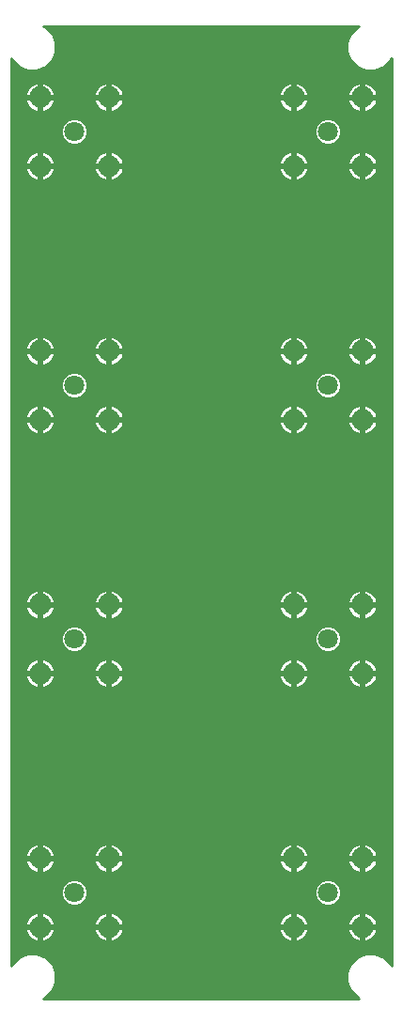
<source format=gtl>
G75*
G70*
%OFA0B0*%
%FSLAX24Y24*%
%IPPOS*%
%LPD*%
%AMOC8*
5,1,8,0,0,1.08239X$1,22.5*
%
%ADD10C,0.0709*%
%ADD11C,0.0768*%
%ADD12OC8,0.0945*%
%ADD13C,0.0100*%
D10*
X002650Y004150D03*
X002650Y013150D03*
X002650Y022150D03*
X002650Y031150D03*
X011650Y031150D03*
X011650Y022150D03*
X011650Y013150D03*
X011650Y004150D03*
D11*
X010430Y002930D03*
X010430Y005370D03*
X012870Y005370D03*
X012870Y002930D03*
X012870Y011930D03*
X012870Y014370D03*
X010430Y014370D03*
X010430Y011930D03*
X010430Y020930D03*
X010430Y023370D03*
X012870Y023370D03*
X012870Y020930D03*
X012870Y029930D03*
X012870Y032370D03*
X010430Y032370D03*
X010430Y029930D03*
X003870Y029930D03*
X003870Y032370D03*
X001430Y032370D03*
X001430Y029930D03*
X001430Y023370D03*
X001430Y020930D03*
X003870Y020930D03*
X003870Y023370D03*
X003870Y014370D03*
X003870Y011930D03*
X001430Y011930D03*
X001430Y014370D03*
X001430Y005370D03*
X001430Y002930D03*
X003870Y002930D03*
X003870Y005370D03*
D12*
X007150Y001150D03*
X000900Y017650D03*
X007150Y034400D03*
X013400Y017650D03*
D13*
X000400Y001541D02*
X000400Y033759D01*
X000436Y033673D01*
X000673Y033436D01*
X000982Y033308D01*
X001318Y033308D01*
X001627Y033436D01*
X001864Y033673D01*
X001992Y033982D01*
X001992Y034318D01*
X001864Y034627D01*
X001627Y034864D01*
X001541Y034900D01*
X012759Y034900D01*
X012673Y034864D01*
X012436Y034627D01*
X012308Y034318D01*
X012308Y033982D01*
X012436Y033673D01*
X012673Y033436D01*
X012982Y033308D01*
X013318Y033308D01*
X013627Y033436D01*
X013864Y033673D01*
X013900Y033759D01*
X013900Y001541D01*
X013864Y001627D01*
X013627Y001864D01*
X013318Y001992D01*
X012982Y001992D01*
X012673Y001864D01*
X012436Y001627D01*
X012308Y001318D01*
X012308Y000982D01*
X012436Y000673D01*
X012673Y000436D01*
X012759Y000400D01*
X001541Y000400D01*
X001627Y000436D01*
X001864Y000673D01*
X001992Y000982D01*
X001992Y001318D01*
X001864Y001627D01*
X001627Y001864D01*
X001318Y001992D01*
X000982Y001992D01*
X000673Y001864D01*
X000436Y001627D01*
X000400Y001541D01*
X000400Y001628D02*
X000436Y001628D01*
X000400Y001726D02*
X000535Y001726D01*
X000633Y001825D02*
X000400Y001825D01*
X000400Y001923D02*
X000815Y001923D01*
X001150Y002473D02*
X001082Y002523D01*
X001023Y002582D01*
X000973Y002650D01*
X000935Y002725D01*
X000909Y002805D01*
X000897Y002880D01*
X001380Y002880D01*
X001480Y002880D01*
X001480Y002980D01*
X001963Y002980D01*
X001951Y003055D01*
X001925Y003135D01*
X001887Y003210D01*
X001837Y003278D01*
X001778Y003337D01*
X001710Y003387D01*
X001635Y003425D01*
X001555Y003451D01*
X001480Y003463D01*
X001480Y002980D01*
X001380Y002980D01*
X001380Y003463D01*
X001305Y003451D01*
X001225Y003425D01*
X001150Y003387D01*
X001082Y003337D01*
X001023Y003278D01*
X000973Y003210D01*
X000935Y003135D01*
X000909Y003055D01*
X000897Y002980D01*
X001380Y002980D01*
X001380Y002880D01*
X001380Y002397D01*
X001305Y002409D01*
X001225Y002435D01*
X001150Y002473D01*
X001094Y002514D02*
X000400Y002514D01*
X000400Y002416D02*
X001286Y002416D01*
X001380Y002416D02*
X001480Y002416D01*
X001480Y002397D02*
X001555Y002409D01*
X001635Y002435D01*
X001710Y002473D01*
X001778Y002523D01*
X001837Y002582D01*
X001887Y002650D01*
X001925Y002725D01*
X001951Y002805D01*
X001963Y002880D01*
X001480Y002880D01*
X001480Y002397D01*
X001574Y002416D02*
X003726Y002416D01*
X003745Y002409D02*
X003820Y002397D01*
X003820Y002880D01*
X003920Y002880D01*
X003920Y002980D01*
X004403Y002980D01*
X004391Y003055D01*
X004365Y003135D01*
X004327Y003210D01*
X004277Y003278D01*
X004218Y003337D01*
X004150Y003387D01*
X004075Y003425D01*
X003995Y003451D01*
X003920Y003463D01*
X003920Y002980D01*
X003820Y002980D01*
X003820Y003463D01*
X003745Y003451D01*
X003665Y003425D01*
X003590Y003387D01*
X003522Y003337D01*
X003463Y003278D01*
X003413Y003210D01*
X003375Y003135D01*
X003349Y003055D01*
X003337Y002980D01*
X003820Y002980D01*
X003820Y002880D01*
X003337Y002880D01*
X003349Y002805D01*
X003375Y002725D01*
X003413Y002650D01*
X003463Y002582D01*
X003522Y002523D01*
X003590Y002473D01*
X003665Y002435D01*
X003745Y002409D01*
X003820Y002416D02*
X003920Y002416D01*
X003920Y002397D02*
X003995Y002409D01*
X004075Y002435D01*
X004150Y002473D01*
X004218Y002523D01*
X004277Y002582D01*
X004327Y002650D01*
X004365Y002725D01*
X004391Y002805D01*
X004403Y002880D01*
X003920Y002880D01*
X003920Y002397D01*
X004014Y002416D02*
X010286Y002416D01*
X010305Y002409D02*
X010225Y002435D01*
X010150Y002473D01*
X010082Y002523D01*
X010023Y002582D01*
X009973Y002650D01*
X009935Y002725D01*
X009909Y002805D01*
X009897Y002880D01*
X010380Y002880D01*
X010480Y002880D01*
X010480Y002980D01*
X010963Y002980D01*
X010951Y003055D01*
X010925Y003135D01*
X010887Y003210D01*
X010837Y003278D01*
X010778Y003337D01*
X010710Y003387D01*
X010635Y003425D01*
X010555Y003451D01*
X010480Y003463D01*
X010480Y002980D01*
X010380Y002980D01*
X010380Y003463D01*
X010305Y003451D01*
X010225Y003425D01*
X010150Y003387D01*
X010082Y003337D01*
X010023Y003278D01*
X009973Y003210D01*
X009935Y003135D01*
X009909Y003055D01*
X009897Y002980D01*
X010380Y002980D01*
X010380Y002880D01*
X010380Y002397D01*
X010305Y002409D01*
X010380Y002416D02*
X010480Y002416D01*
X010480Y002397D02*
X010555Y002409D01*
X010635Y002435D01*
X010710Y002473D01*
X010778Y002523D01*
X010837Y002582D01*
X010887Y002650D01*
X010925Y002725D01*
X010951Y002805D01*
X010963Y002880D01*
X010480Y002880D01*
X010480Y002397D01*
X010574Y002416D02*
X012726Y002416D01*
X012745Y002409D02*
X012665Y002435D01*
X012590Y002473D01*
X012522Y002523D01*
X012463Y002582D01*
X012413Y002650D01*
X012375Y002725D01*
X012349Y002805D01*
X012337Y002880D01*
X012820Y002880D01*
X012920Y002880D01*
X012920Y002980D01*
X013403Y002980D01*
X013391Y003055D01*
X013365Y003135D01*
X013327Y003210D01*
X013277Y003278D01*
X013218Y003337D01*
X013150Y003387D01*
X013075Y003425D01*
X012995Y003451D01*
X012920Y003463D01*
X012920Y002980D01*
X012820Y002980D01*
X012820Y003463D01*
X012745Y003451D01*
X012665Y003425D01*
X012590Y003387D01*
X012522Y003337D01*
X012463Y003278D01*
X012413Y003210D01*
X012375Y003135D01*
X012349Y003055D01*
X012337Y002980D01*
X012820Y002980D01*
X012820Y002880D01*
X012820Y002397D01*
X012745Y002409D01*
X012820Y002416D02*
X012920Y002416D01*
X012920Y002397D02*
X012995Y002409D01*
X013075Y002435D01*
X013150Y002473D01*
X013218Y002523D01*
X013277Y002582D01*
X013327Y002650D01*
X013365Y002725D01*
X013391Y002805D01*
X013403Y002880D01*
X012920Y002880D01*
X012920Y002397D01*
X013014Y002416D02*
X013900Y002416D01*
X013900Y002514D02*
X013206Y002514D01*
X013299Y002613D02*
X013900Y002613D01*
X013900Y002711D02*
X013358Y002711D01*
X013391Y002810D02*
X013900Y002810D01*
X013900Y002908D02*
X012920Y002908D01*
X012920Y002810D02*
X012820Y002810D01*
X012820Y002908D02*
X010480Y002908D01*
X010480Y002810D02*
X010380Y002810D01*
X010380Y002908D02*
X003920Y002908D01*
X003920Y002810D02*
X003820Y002810D01*
X003820Y002908D02*
X001480Y002908D01*
X001480Y002810D02*
X001380Y002810D01*
X001380Y002908D02*
X000400Y002908D01*
X000400Y002810D02*
X000909Y002810D01*
X000942Y002711D02*
X000400Y002711D01*
X000400Y002613D02*
X001001Y002613D01*
X000902Y003007D02*
X000400Y003007D01*
X000400Y003105D02*
X000926Y003105D01*
X000970Y003204D02*
X000400Y003204D01*
X000400Y003302D02*
X001047Y003302D01*
X001178Y003401D02*
X000400Y003401D01*
X000400Y003499D02*
X013900Y003499D01*
X013900Y003401D02*
X013122Y003401D01*
X013253Y003302D02*
X013900Y003302D01*
X013900Y003204D02*
X013330Y003204D01*
X013374Y003105D02*
X013900Y003105D01*
X013900Y003007D02*
X013398Y003007D01*
X012920Y003007D02*
X012820Y003007D01*
X012820Y003105D02*
X012920Y003105D01*
X012920Y003204D02*
X012820Y003204D01*
X012820Y003302D02*
X012920Y003302D01*
X012920Y003401D02*
X012820Y003401D01*
X012618Y003401D02*
X010682Y003401D01*
X010813Y003302D02*
X012487Y003302D01*
X012410Y003204D02*
X010890Y003204D01*
X010934Y003105D02*
X012366Y003105D01*
X012342Y003007D02*
X010958Y003007D01*
X010951Y002810D02*
X012349Y002810D01*
X012382Y002711D02*
X010918Y002711D01*
X010859Y002613D02*
X012441Y002613D01*
X012534Y002514D02*
X010766Y002514D01*
X010480Y002514D02*
X010380Y002514D01*
X010380Y002613D02*
X010480Y002613D01*
X010480Y002711D02*
X010380Y002711D01*
X010380Y003007D02*
X010480Y003007D01*
X010480Y003105D02*
X010380Y003105D01*
X010380Y003204D02*
X010480Y003204D01*
X010480Y003302D02*
X010380Y003302D01*
X010380Y003401D02*
X010480Y003401D01*
X010178Y003401D02*
X004122Y003401D01*
X004253Y003302D02*
X010047Y003302D01*
X009970Y003204D02*
X004330Y003204D01*
X004374Y003105D02*
X009926Y003105D01*
X009902Y003007D02*
X004398Y003007D01*
X004391Y002810D02*
X009909Y002810D01*
X009942Y002711D02*
X004358Y002711D01*
X004299Y002613D02*
X010001Y002613D01*
X010094Y002514D02*
X004206Y002514D01*
X003920Y002514D02*
X003820Y002514D01*
X003820Y002613D02*
X003920Y002613D01*
X003920Y002711D02*
X003820Y002711D01*
X003820Y003007D02*
X003920Y003007D01*
X003920Y003105D02*
X003820Y003105D01*
X003820Y003204D02*
X003920Y003204D01*
X003920Y003302D02*
X003820Y003302D01*
X003820Y003401D02*
X003920Y003401D01*
X003618Y003401D02*
X001682Y003401D01*
X001813Y003302D02*
X003487Y003302D01*
X003410Y003204D02*
X001890Y003204D01*
X001934Y003105D02*
X003366Y003105D01*
X003342Y003007D02*
X001958Y003007D01*
X001951Y002810D02*
X003349Y002810D01*
X003382Y002711D02*
X001918Y002711D01*
X001859Y002613D02*
X003441Y002613D01*
X003534Y002514D02*
X001766Y002514D01*
X001480Y002514D02*
X001380Y002514D01*
X001380Y002613D02*
X001480Y002613D01*
X001480Y002711D02*
X001380Y002711D01*
X001380Y003007D02*
X001480Y003007D01*
X001480Y003105D02*
X001380Y003105D01*
X001380Y003204D02*
X001480Y003204D01*
X001480Y003302D02*
X001380Y003302D01*
X001380Y003401D02*
X001480Y003401D01*
X001480Y004837D02*
X001555Y004849D01*
X001635Y004875D01*
X001710Y004913D01*
X001778Y004963D01*
X001837Y005022D01*
X001887Y005090D01*
X001925Y005165D01*
X001951Y005245D01*
X001963Y005320D01*
X001480Y005320D01*
X001480Y005420D01*
X001963Y005420D01*
X001951Y005495D01*
X001925Y005575D01*
X001887Y005650D01*
X001837Y005718D01*
X001778Y005777D01*
X001710Y005827D01*
X001635Y005865D01*
X001555Y005891D01*
X001480Y005903D01*
X001480Y005420D01*
X001380Y005420D01*
X001380Y005903D01*
X001305Y005891D01*
X001225Y005865D01*
X001150Y005827D01*
X001082Y005777D01*
X001023Y005718D01*
X000973Y005650D01*
X000935Y005575D01*
X000909Y005495D01*
X000897Y005420D01*
X001380Y005420D01*
X001380Y005320D01*
X001480Y005320D01*
X001480Y004837D01*
X001480Y004878D02*
X001380Y004878D01*
X001380Y004837D02*
X001380Y005320D01*
X000897Y005320D01*
X000909Y005245D01*
X000935Y005165D01*
X000973Y005090D01*
X001023Y005022D01*
X001082Y004963D01*
X001150Y004913D01*
X001225Y004875D01*
X001305Y004849D01*
X001380Y004837D01*
X001380Y004977D02*
X001480Y004977D01*
X001480Y005075D02*
X001380Y005075D01*
X001380Y005174D02*
X001480Y005174D01*
X001480Y005272D02*
X001380Y005272D01*
X001380Y005371D02*
X000400Y005371D01*
X000400Y005469D02*
X000905Y005469D01*
X000933Y005568D02*
X000400Y005568D01*
X000400Y005666D02*
X000985Y005666D01*
X001070Y005765D02*
X000400Y005765D01*
X000400Y005863D02*
X001222Y005863D01*
X001380Y005863D02*
X001480Y005863D01*
X001480Y005765D02*
X001380Y005765D01*
X001380Y005666D02*
X001480Y005666D01*
X001480Y005568D02*
X001380Y005568D01*
X001380Y005469D02*
X001480Y005469D01*
X001480Y005371D02*
X003820Y005371D01*
X003820Y005420D02*
X003820Y005320D01*
X003920Y005320D01*
X003920Y005420D01*
X004403Y005420D01*
X004391Y005495D01*
X004365Y005575D01*
X004327Y005650D01*
X004277Y005718D01*
X004218Y005777D01*
X004150Y005827D01*
X004075Y005865D01*
X003995Y005891D01*
X003920Y005903D01*
X003920Y005420D01*
X003820Y005420D01*
X003820Y005903D01*
X003745Y005891D01*
X003665Y005865D01*
X003590Y005827D01*
X003522Y005777D01*
X003463Y005718D01*
X003413Y005650D01*
X003375Y005575D01*
X003349Y005495D01*
X003337Y005420D01*
X003820Y005420D01*
X003820Y005469D02*
X003920Y005469D01*
X003920Y005371D02*
X010380Y005371D01*
X010380Y005420D02*
X010380Y005320D01*
X010480Y005320D01*
X010480Y005420D01*
X010963Y005420D01*
X010951Y005495D01*
X010925Y005575D01*
X010887Y005650D01*
X010837Y005718D01*
X010778Y005777D01*
X010710Y005827D01*
X010635Y005865D01*
X010555Y005891D01*
X010480Y005903D01*
X010480Y005420D01*
X010380Y005420D01*
X010380Y005903D01*
X010305Y005891D01*
X010225Y005865D01*
X010150Y005827D01*
X010082Y005777D01*
X010023Y005718D01*
X009973Y005650D01*
X009935Y005575D01*
X009909Y005495D01*
X009897Y005420D01*
X010380Y005420D01*
X010380Y005469D02*
X010480Y005469D01*
X010480Y005371D02*
X012820Y005371D01*
X012820Y005420D02*
X012820Y005320D01*
X012920Y005320D01*
X012920Y005420D01*
X013403Y005420D01*
X013391Y005495D01*
X013365Y005575D01*
X013327Y005650D01*
X013277Y005718D01*
X013218Y005777D01*
X013150Y005827D01*
X013075Y005865D01*
X012995Y005891D01*
X012920Y005903D01*
X012920Y005420D01*
X012820Y005420D01*
X012820Y005903D01*
X012745Y005891D01*
X012665Y005865D01*
X012590Y005827D01*
X012522Y005777D01*
X012463Y005718D01*
X012413Y005650D01*
X012375Y005575D01*
X012349Y005495D01*
X012337Y005420D01*
X012820Y005420D01*
X012820Y005469D02*
X012920Y005469D01*
X012920Y005371D02*
X013900Y005371D01*
X013900Y005469D02*
X013395Y005469D01*
X013367Y005568D02*
X013900Y005568D01*
X013900Y005666D02*
X013315Y005666D01*
X013230Y005765D02*
X013900Y005765D01*
X013900Y005863D02*
X013078Y005863D01*
X012920Y005863D02*
X012820Y005863D01*
X012820Y005765D02*
X012920Y005765D01*
X012920Y005666D02*
X012820Y005666D01*
X012820Y005568D02*
X012920Y005568D01*
X012920Y005320D02*
X013403Y005320D01*
X013391Y005245D01*
X013365Y005165D01*
X013327Y005090D01*
X013277Y005022D01*
X013218Y004963D01*
X013150Y004913D01*
X013075Y004875D01*
X012995Y004849D01*
X012920Y004837D01*
X012920Y005320D01*
X012920Y005272D02*
X012820Y005272D01*
X012820Y005320D02*
X012820Y004837D01*
X012745Y004849D01*
X012665Y004875D01*
X012590Y004913D01*
X012522Y004963D01*
X012463Y005022D01*
X012413Y005090D01*
X012375Y005165D01*
X012349Y005245D01*
X012337Y005320D01*
X012820Y005320D01*
X012820Y005174D02*
X012920Y005174D01*
X012920Y005075D02*
X012820Y005075D01*
X012820Y004977D02*
X012920Y004977D01*
X012920Y004878D02*
X012820Y004878D01*
X012660Y004878D02*
X010640Y004878D01*
X010635Y004875D02*
X010710Y004913D01*
X010778Y004963D01*
X010837Y005022D01*
X010887Y005090D01*
X010925Y005165D01*
X010951Y005245D01*
X010963Y005320D01*
X010480Y005320D01*
X010480Y004837D01*
X010555Y004849D01*
X010635Y004875D01*
X010480Y004878D02*
X010380Y004878D01*
X010380Y004837D02*
X010380Y005320D01*
X009897Y005320D01*
X009909Y005245D01*
X009935Y005165D01*
X009973Y005090D01*
X010023Y005022D01*
X010082Y004963D01*
X010150Y004913D01*
X010225Y004875D01*
X010305Y004849D01*
X010380Y004837D01*
X010380Y004977D02*
X010480Y004977D01*
X010480Y005075D02*
X010380Y005075D01*
X010380Y005174D02*
X010480Y005174D01*
X010480Y005272D02*
X010380Y005272D01*
X010380Y005568D02*
X010480Y005568D01*
X010480Y005666D02*
X010380Y005666D01*
X010380Y005765D02*
X010480Y005765D01*
X010480Y005863D02*
X010380Y005863D01*
X010222Y005863D02*
X004078Y005863D01*
X003920Y005863D02*
X003820Y005863D01*
X003820Y005765D02*
X003920Y005765D01*
X003920Y005666D02*
X003820Y005666D01*
X003820Y005568D02*
X003920Y005568D01*
X003920Y005320D02*
X004403Y005320D01*
X004391Y005245D01*
X004365Y005165D01*
X004327Y005090D01*
X004277Y005022D01*
X004218Y004963D01*
X004150Y004913D01*
X004075Y004875D01*
X003995Y004849D01*
X003920Y004837D01*
X003920Y005320D01*
X003920Y005272D02*
X003820Y005272D01*
X003820Y005320D02*
X003820Y004837D01*
X003745Y004849D01*
X003665Y004875D01*
X003590Y004913D01*
X003522Y004963D01*
X003463Y005022D01*
X003413Y005090D01*
X003375Y005165D01*
X003349Y005245D01*
X003337Y005320D01*
X003820Y005320D01*
X003820Y005174D02*
X003920Y005174D01*
X003920Y005075D02*
X003820Y005075D01*
X003820Y004977D02*
X003920Y004977D01*
X003920Y004878D02*
X003820Y004878D01*
X003660Y004878D02*
X001640Y004878D01*
X001792Y004977D02*
X003508Y004977D01*
X003424Y005075D02*
X001876Y005075D01*
X001927Y005174D02*
X003373Y005174D01*
X003345Y005272D02*
X001955Y005272D01*
X001955Y005469D02*
X003345Y005469D01*
X003373Y005568D02*
X001927Y005568D01*
X001875Y005666D02*
X003425Y005666D01*
X003510Y005765D02*
X001790Y005765D01*
X001638Y005863D02*
X003662Y005863D01*
X004080Y004878D02*
X010220Y004878D01*
X010068Y004977D02*
X004232Y004977D01*
X004316Y005075D02*
X009984Y005075D01*
X009933Y005174D02*
X004367Y005174D01*
X004395Y005272D02*
X009905Y005272D01*
X009905Y005469D02*
X004395Y005469D01*
X004367Y005568D02*
X009933Y005568D01*
X009985Y005666D02*
X004315Y005666D01*
X004230Y005765D02*
X010070Y005765D01*
X010638Y005863D02*
X012662Y005863D01*
X012510Y005765D02*
X010790Y005765D01*
X010875Y005666D02*
X012425Y005666D01*
X012373Y005568D02*
X010927Y005568D01*
X010955Y005469D02*
X012345Y005469D01*
X012345Y005272D02*
X010955Y005272D01*
X010927Y005174D02*
X012373Y005174D01*
X012424Y005075D02*
X010876Y005075D01*
X010792Y004977D02*
X012508Y004977D01*
X012044Y004413D02*
X011913Y004544D01*
X011742Y004614D01*
X011558Y004614D01*
X011387Y004544D01*
X011256Y004413D01*
X011186Y004242D01*
X011186Y004058D01*
X011256Y003887D01*
X011387Y003756D01*
X011558Y003686D01*
X011742Y003686D01*
X011913Y003756D01*
X012044Y003887D01*
X012114Y004058D01*
X012114Y004242D01*
X012044Y004413D01*
X012055Y004386D02*
X013900Y004386D01*
X013900Y004484D02*
X011973Y004484D01*
X011819Y004583D02*
X013900Y004583D01*
X013900Y004681D02*
X000400Y004681D01*
X000400Y004583D02*
X002481Y004583D01*
X002558Y004614D02*
X002387Y004544D01*
X002256Y004413D01*
X002186Y004242D01*
X002186Y004058D01*
X002256Y003887D01*
X002387Y003756D01*
X002558Y003686D01*
X002742Y003686D01*
X002913Y003756D01*
X003044Y003887D01*
X003114Y004058D01*
X003114Y004242D01*
X003044Y004413D01*
X002913Y004544D01*
X002742Y004614D01*
X002558Y004614D01*
X002327Y004484D02*
X000400Y004484D01*
X000400Y004386D02*
X002245Y004386D01*
X002204Y004287D02*
X000400Y004287D01*
X000400Y004189D02*
X002186Y004189D01*
X002186Y004090D02*
X000400Y004090D01*
X000400Y003992D02*
X002213Y003992D01*
X002254Y003893D02*
X000400Y003893D01*
X000400Y003795D02*
X002349Y003795D01*
X002533Y003696D02*
X000400Y003696D01*
X000400Y003598D02*
X013900Y003598D01*
X013900Y003696D02*
X011767Y003696D01*
X011951Y003795D02*
X013900Y003795D01*
X013900Y003893D02*
X012046Y003893D01*
X012087Y003992D02*
X013900Y003992D01*
X013900Y004090D02*
X012114Y004090D01*
X012114Y004189D02*
X013900Y004189D01*
X013900Y004287D02*
X012096Y004287D01*
X011481Y004583D02*
X002819Y004583D01*
X002973Y004484D02*
X011327Y004484D01*
X011245Y004386D02*
X003055Y004386D01*
X003096Y004287D02*
X011204Y004287D01*
X011186Y004189D02*
X003114Y004189D01*
X003114Y004090D02*
X011186Y004090D01*
X011213Y003992D02*
X003087Y003992D01*
X003046Y003893D02*
X011254Y003893D01*
X011349Y003795D02*
X002951Y003795D01*
X002767Y003696D02*
X011533Y003696D01*
X012436Y001628D02*
X001864Y001628D01*
X001905Y001529D02*
X012395Y001529D01*
X012354Y001431D02*
X001946Y001431D01*
X001987Y001332D02*
X012313Y001332D01*
X012308Y001234D02*
X001992Y001234D01*
X001992Y001135D02*
X012308Y001135D01*
X012308Y001037D02*
X001992Y001037D01*
X001974Y000938D02*
X012326Y000938D01*
X012367Y000840D02*
X001933Y000840D01*
X001893Y000741D02*
X012407Y000741D01*
X012466Y000643D02*
X001834Y000643D01*
X001735Y000544D02*
X012565Y000544D01*
X012663Y000446D02*
X001637Y000446D01*
X001765Y001726D02*
X012535Y001726D01*
X012633Y001825D02*
X001667Y001825D01*
X001485Y001923D02*
X012815Y001923D01*
X012820Y002514D02*
X012920Y002514D01*
X012920Y002613D02*
X012820Y002613D01*
X012820Y002711D02*
X012920Y002711D01*
X013485Y001923D02*
X013900Y001923D01*
X013900Y001825D02*
X013667Y001825D01*
X013765Y001726D02*
X013900Y001726D01*
X013900Y001628D02*
X013864Y001628D01*
X013900Y002022D02*
X000400Y002022D01*
X000400Y002120D02*
X013900Y002120D01*
X013900Y002219D02*
X000400Y002219D01*
X000400Y002317D02*
X013900Y002317D01*
X013900Y004780D02*
X000400Y004780D01*
X000400Y004878D02*
X001220Y004878D01*
X001068Y004977D02*
X000400Y004977D01*
X000400Y005075D02*
X000984Y005075D01*
X000933Y005174D02*
X000400Y005174D01*
X000400Y005272D02*
X000905Y005272D01*
X000400Y005962D02*
X013900Y005962D01*
X013900Y006060D02*
X000400Y006060D01*
X000400Y006159D02*
X013900Y006159D01*
X013900Y006257D02*
X000400Y006257D01*
X000400Y006356D02*
X013900Y006356D01*
X013900Y006454D02*
X000400Y006454D01*
X000400Y006553D02*
X013900Y006553D01*
X013900Y006651D02*
X000400Y006651D01*
X000400Y006750D02*
X013900Y006750D01*
X013900Y006848D02*
X000400Y006848D01*
X000400Y006947D02*
X013900Y006947D01*
X013900Y007045D02*
X000400Y007045D01*
X000400Y007144D02*
X013900Y007144D01*
X013900Y007242D02*
X000400Y007242D01*
X000400Y007341D02*
X013900Y007341D01*
X013900Y007439D02*
X000400Y007439D01*
X000400Y007538D02*
X013900Y007538D01*
X013900Y007636D02*
X000400Y007636D01*
X000400Y007735D02*
X013900Y007735D01*
X013900Y007833D02*
X000400Y007833D01*
X000400Y007932D02*
X013900Y007932D01*
X013900Y008030D02*
X000400Y008030D01*
X000400Y008129D02*
X013900Y008129D01*
X013900Y008227D02*
X000400Y008227D01*
X000400Y008326D02*
X013900Y008326D01*
X013900Y008424D02*
X000400Y008424D01*
X000400Y008523D02*
X013900Y008523D01*
X013900Y008621D02*
X000400Y008621D01*
X000400Y008720D02*
X013900Y008720D01*
X013900Y008818D02*
X000400Y008818D01*
X000400Y008917D02*
X013900Y008917D01*
X013900Y009015D02*
X000400Y009015D01*
X000400Y009114D02*
X013900Y009114D01*
X013900Y009212D02*
X000400Y009212D01*
X000400Y009311D02*
X013900Y009311D01*
X013900Y009409D02*
X000400Y009409D01*
X000400Y009508D02*
X013900Y009508D01*
X013900Y009606D02*
X000400Y009606D01*
X000400Y009705D02*
X013900Y009705D01*
X013900Y009803D02*
X000400Y009803D01*
X000400Y009902D02*
X013900Y009902D01*
X013900Y010000D02*
X000400Y010000D01*
X000400Y010099D02*
X013900Y010099D01*
X013900Y010197D02*
X000400Y010197D01*
X000400Y010296D02*
X013900Y010296D01*
X013900Y010394D02*
X000400Y010394D01*
X000400Y010493D02*
X013900Y010493D01*
X013900Y010591D02*
X000400Y010591D01*
X000400Y010690D02*
X013900Y010690D01*
X013900Y010788D02*
X000400Y010788D01*
X000400Y010887D02*
X013900Y010887D01*
X013900Y010985D02*
X000400Y010985D01*
X000400Y011084D02*
X013900Y011084D01*
X013900Y011182D02*
X000400Y011182D01*
X000400Y011281D02*
X013900Y011281D01*
X013900Y011379D02*
X000400Y011379D01*
X000400Y011478D02*
X001145Y011478D01*
X001150Y011473D02*
X001225Y011435D01*
X001305Y011409D01*
X001380Y011397D01*
X001380Y011880D01*
X001480Y011880D01*
X001480Y011980D01*
X001963Y011980D01*
X001951Y012055D01*
X001925Y012135D01*
X001887Y012210D01*
X001837Y012278D01*
X001778Y012337D01*
X001710Y012387D01*
X001635Y012425D01*
X001555Y012451D01*
X001480Y012463D01*
X001480Y011980D01*
X001380Y011980D01*
X001380Y012463D01*
X001305Y012451D01*
X001225Y012425D01*
X001150Y012387D01*
X001082Y012337D01*
X001023Y012278D01*
X000973Y012210D01*
X000935Y012135D01*
X000909Y012055D01*
X000897Y011980D01*
X001380Y011980D01*
X001380Y011880D01*
X000897Y011880D01*
X000909Y011805D01*
X000935Y011725D01*
X000973Y011650D01*
X001023Y011582D01*
X001082Y011523D01*
X001150Y011473D01*
X001029Y011576D02*
X000400Y011576D01*
X000400Y011675D02*
X000961Y011675D01*
X000920Y011773D02*
X000400Y011773D01*
X000400Y011872D02*
X000899Y011872D01*
X000914Y012069D02*
X000400Y012069D01*
X000400Y012167D02*
X000952Y012167D01*
X001014Y012266D02*
X000400Y012266D01*
X000400Y012364D02*
X001119Y012364D01*
X001380Y012364D02*
X001480Y012364D01*
X001480Y012266D02*
X001380Y012266D01*
X001380Y012167D02*
X001480Y012167D01*
X001480Y012069D02*
X001380Y012069D01*
X001380Y011970D02*
X000400Y011970D01*
X000400Y012463D02*
X001380Y012463D01*
X001480Y012463D01*
X003820Y012463D01*
X003745Y012451D01*
X003665Y012425D01*
X003590Y012387D01*
X003522Y012337D01*
X003463Y012278D01*
X003413Y012210D01*
X003375Y012135D01*
X003349Y012055D01*
X003337Y011980D01*
X003820Y011980D01*
X003820Y012463D01*
X003920Y012463D01*
X003995Y012451D01*
X004075Y012425D01*
X004150Y012387D01*
X004218Y012337D01*
X004277Y012278D01*
X004327Y012210D01*
X004365Y012135D01*
X004391Y012055D01*
X004403Y011980D01*
X003920Y011980D01*
X003920Y011880D01*
X004403Y011880D01*
X004391Y011805D01*
X004365Y011725D01*
X004327Y011650D01*
X004277Y011582D01*
X004218Y011523D01*
X004150Y011473D01*
X004075Y011435D01*
X003995Y011409D01*
X003920Y011397D01*
X003920Y011880D01*
X003820Y011880D01*
X003820Y011397D01*
X003745Y011409D01*
X003665Y011435D01*
X003590Y011473D01*
X003522Y011523D01*
X003463Y011582D01*
X003413Y011650D01*
X003375Y011725D01*
X003349Y011805D01*
X003337Y011880D01*
X003820Y011880D01*
X003820Y011980D01*
X003920Y011980D01*
X003920Y012463D01*
X010380Y012463D01*
X010305Y012451D01*
X010225Y012425D01*
X010150Y012387D01*
X010082Y012337D01*
X010023Y012278D01*
X009973Y012210D01*
X009935Y012135D01*
X009909Y012055D01*
X009897Y011980D01*
X010380Y011980D01*
X010380Y012463D01*
X010480Y012463D01*
X010555Y012451D01*
X010635Y012425D01*
X010710Y012387D01*
X010778Y012337D01*
X010837Y012278D01*
X010887Y012210D01*
X010925Y012135D01*
X010951Y012055D01*
X010963Y011980D01*
X010480Y011980D01*
X010480Y011880D01*
X010963Y011880D01*
X010951Y011805D01*
X010925Y011725D01*
X010887Y011650D01*
X010837Y011582D01*
X010778Y011523D01*
X010710Y011473D01*
X010635Y011435D01*
X010555Y011409D01*
X010480Y011397D01*
X010480Y011880D01*
X010380Y011880D01*
X010380Y011397D01*
X010305Y011409D01*
X010225Y011435D01*
X010150Y011473D01*
X010082Y011523D01*
X010023Y011582D01*
X009973Y011650D01*
X009935Y011725D01*
X009909Y011805D01*
X009897Y011880D01*
X010380Y011880D01*
X010380Y011980D01*
X010480Y011980D01*
X010480Y012463D01*
X012820Y012463D01*
X012745Y012451D01*
X012665Y012425D01*
X012590Y012387D01*
X012522Y012337D01*
X012463Y012278D01*
X012413Y012210D01*
X012375Y012135D01*
X012349Y012055D01*
X012337Y011980D01*
X012820Y011980D01*
X012820Y012463D01*
X012920Y012463D01*
X012995Y012451D01*
X013075Y012425D01*
X013150Y012387D01*
X013218Y012337D01*
X013277Y012278D01*
X013327Y012210D01*
X013365Y012135D01*
X013391Y012055D01*
X013403Y011980D01*
X012920Y011980D01*
X012920Y011880D01*
X013403Y011880D01*
X013391Y011805D01*
X013365Y011725D01*
X013327Y011650D01*
X013277Y011582D01*
X013218Y011523D01*
X013150Y011473D01*
X013075Y011435D01*
X012995Y011409D01*
X012920Y011397D01*
X012920Y011880D01*
X012820Y011880D01*
X012820Y011397D01*
X012745Y011409D01*
X012665Y011435D01*
X012590Y011473D01*
X012522Y011523D01*
X012463Y011582D01*
X012413Y011650D01*
X012375Y011725D01*
X012349Y011805D01*
X012337Y011880D01*
X012820Y011880D01*
X012820Y011980D01*
X012920Y011980D01*
X012920Y012463D01*
X013900Y012463D01*
X013900Y012561D02*
X000400Y012561D01*
X000400Y012660D02*
X013900Y012660D01*
X013900Y012758D02*
X011915Y012758D01*
X011913Y012756D02*
X012044Y012887D01*
X012114Y013058D01*
X012114Y013242D01*
X012044Y013413D01*
X011913Y013544D01*
X011742Y013614D01*
X011558Y013614D01*
X011387Y013544D01*
X011256Y013413D01*
X011186Y013242D01*
X011186Y013058D01*
X011256Y012887D01*
X011387Y012756D01*
X011558Y012686D01*
X011742Y012686D01*
X011913Y012756D01*
X012013Y012857D02*
X013900Y012857D01*
X013900Y012955D02*
X012072Y012955D01*
X012113Y013054D02*
X013900Y013054D01*
X013900Y013152D02*
X012114Y013152D01*
X012111Y013251D02*
X013900Y013251D01*
X013900Y013349D02*
X012070Y013349D01*
X012009Y013448D02*
X013900Y013448D01*
X013900Y013546D02*
X011907Y013546D01*
X012463Y014022D02*
X012413Y014090D01*
X012375Y014165D01*
X012349Y014245D01*
X012337Y014320D01*
X012820Y014320D01*
X012920Y014320D01*
X012920Y014420D01*
X013403Y014420D01*
X013391Y014495D01*
X013365Y014575D01*
X013327Y014650D01*
X013277Y014718D01*
X013218Y014777D01*
X013150Y014827D01*
X013075Y014865D01*
X012995Y014891D01*
X012920Y014903D01*
X012920Y014420D01*
X012820Y014420D01*
X012820Y014903D01*
X012745Y014891D01*
X012665Y014865D01*
X012590Y014827D01*
X012522Y014777D01*
X012463Y014718D01*
X012413Y014650D01*
X012375Y014575D01*
X012349Y014495D01*
X012337Y014420D01*
X012820Y014420D01*
X012820Y014320D01*
X012820Y013837D01*
X012745Y013849D01*
X012665Y013875D01*
X012590Y013913D01*
X012522Y013963D01*
X012463Y014022D01*
X012451Y014039D02*
X010849Y014039D01*
X010837Y014022D02*
X010887Y014090D01*
X010925Y014165D01*
X010951Y014245D01*
X010963Y014320D01*
X010480Y014320D01*
X010480Y014420D01*
X010963Y014420D01*
X010951Y014495D01*
X010925Y014575D01*
X010887Y014650D01*
X010837Y014718D01*
X010778Y014777D01*
X010710Y014827D01*
X010635Y014865D01*
X010555Y014891D01*
X010480Y014903D01*
X010480Y014420D01*
X010380Y014420D01*
X010380Y014903D01*
X010305Y014891D01*
X010225Y014865D01*
X010150Y014827D01*
X010082Y014777D01*
X010023Y014718D01*
X009973Y014650D01*
X009935Y014575D01*
X009909Y014495D01*
X009897Y014420D01*
X010380Y014420D01*
X010380Y014320D01*
X010480Y014320D01*
X010480Y013837D01*
X010555Y013849D01*
X010635Y013875D01*
X010710Y013913D01*
X010778Y013963D01*
X010837Y014022D01*
X010746Y013940D02*
X012554Y013940D01*
X012390Y014137D02*
X010910Y014137D01*
X010948Y014236D02*
X012352Y014236D01*
X012339Y014433D02*
X010961Y014433D01*
X010939Y014531D02*
X012361Y014531D01*
X012403Y014630D02*
X010897Y014630D01*
X010827Y014728D02*
X012473Y014728D01*
X012590Y014827D02*
X010710Y014827D01*
X010480Y014827D02*
X010380Y014827D01*
X010380Y014728D02*
X010480Y014728D01*
X010480Y014630D02*
X010380Y014630D01*
X010380Y014531D02*
X010480Y014531D01*
X010480Y014433D02*
X010380Y014433D01*
X010380Y014334D02*
X003920Y014334D01*
X003920Y014320D02*
X003920Y014420D01*
X004403Y014420D01*
X004391Y014495D01*
X004365Y014575D01*
X004327Y014650D01*
X004277Y014718D01*
X004218Y014777D01*
X004150Y014827D01*
X004075Y014865D01*
X003995Y014891D01*
X003920Y014903D01*
X003920Y014420D01*
X003820Y014420D01*
X003820Y014903D01*
X003745Y014891D01*
X003665Y014865D01*
X003590Y014827D01*
X003522Y014777D01*
X003463Y014718D01*
X003413Y014650D01*
X003375Y014575D01*
X003349Y014495D01*
X003337Y014420D01*
X003820Y014420D01*
X003820Y014320D01*
X003920Y014320D01*
X004403Y014320D01*
X004391Y014245D01*
X004365Y014165D01*
X004327Y014090D01*
X004277Y014022D01*
X004218Y013963D01*
X004150Y013913D01*
X004075Y013875D01*
X003995Y013849D01*
X003920Y013837D01*
X003920Y014320D01*
X003920Y014236D02*
X003820Y014236D01*
X003820Y014320D02*
X003820Y013837D01*
X003745Y013849D01*
X003665Y013875D01*
X003590Y013913D01*
X003522Y013963D01*
X003463Y014022D01*
X003413Y014090D01*
X003375Y014165D01*
X003349Y014245D01*
X003337Y014320D01*
X003820Y014320D01*
X003820Y014334D02*
X001480Y014334D01*
X001480Y014320D02*
X001480Y014420D01*
X001963Y014420D01*
X001951Y014495D01*
X001925Y014575D01*
X001887Y014650D01*
X001837Y014718D01*
X001778Y014777D01*
X001710Y014827D01*
X001635Y014865D01*
X001555Y014891D01*
X001480Y014903D01*
X001480Y014420D01*
X001380Y014420D01*
X001380Y014903D01*
X001305Y014891D01*
X001225Y014865D01*
X001150Y014827D01*
X001082Y014777D01*
X001023Y014718D01*
X000973Y014650D01*
X000935Y014575D01*
X000909Y014495D01*
X000897Y014420D01*
X001380Y014420D01*
X001380Y014320D01*
X001480Y014320D01*
X001963Y014320D01*
X001951Y014245D01*
X001925Y014165D01*
X001887Y014090D01*
X001837Y014022D01*
X001778Y013963D01*
X001710Y013913D01*
X001635Y013875D01*
X001555Y013849D01*
X001480Y013837D01*
X001480Y014320D01*
X001480Y014236D02*
X001380Y014236D01*
X001380Y014320D02*
X001380Y013837D01*
X001305Y013849D01*
X001225Y013875D01*
X001150Y013913D01*
X001082Y013963D01*
X001023Y014022D01*
X000973Y014090D01*
X000935Y014165D01*
X000909Y014245D01*
X000897Y014320D01*
X001380Y014320D01*
X001380Y014334D02*
X000400Y014334D01*
X000400Y014236D02*
X000912Y014236D01*
X000950Y014137D02*
X000400Y014137D01*
X000400Y014039D02*
X001011Y014039D01*
X001114Y013940D02*
X000400Y013940D01*
X000400Y013842D02*
X001354Y013842D01*
X001380Y013842D02*
X001480Y013842D01*
X001506Y013842D02*
X003794Y013842D01*
X003820Y013842D02*
X003920Y013842D01*
X003946Y013842D02*
X010354Y013842D01*
X010380Y013842D02*
X010480Y013842D01*
X010506Y013842D02*
X012794Y013842D01*
X012820Y013842D02*
X012920Y013842D01*
X012920Y013837D02*
X012995Y013849D01*
X013075Y013875D01*
X013150Y013913D01*
X013218Y013963D01*
X013277Y014022D01*
X013327Y014090D01*
X013365Y014165D01*
X013391Y014245D01*
X013403Y014320D01*
X012920Y014320D01*
X012920Y013837D01*
X012946Y013842D02*
X013900Y013842D01*
X013900Y013940D02*
X013186Y013940D01*
X013289Y014039D02*
X013900Y014039D01*
X013900Y014137D02*
X013350Y014137D01*
X013388Y014236D02*
X013900Y014236D01*
X013900Y014334D02*
X012920Y014334D01*
X012920Y014236D02*
X012820Y014236D01*
X012820Y014334D02*
X010480Y014334D01*
X010480Y014236D02*
X010380Y014236D01*
X010380Y014320D02*
X010380Y013837D01*
X010305Y013849D01*
X010225Y013875D01*
X010150Y013913D01*
X010082Y013963D01*
X010023Y014022D01*
X009973Y014090D01*
X009935Y014165D01*
X009909Y014245D01*
X009897Y014320D01*
X010380Y014320D01*
X010380Y014137D02*
X010480Y014137D01*
X010480Y014039D02*
X010380Y014039D01*
X010380Y013940D02*
X010480Y013940D01*
X010114Y013940D02*
X004186Y013940D01*
X004289Y014039D02*
X010011Y014039D01*
X009950Y014137D02*
X004350Y014137D01*
X004388Y014236D02*
X009912Y014236D01*
X009899Y014433D02*
X004401Y014433D01*
X004379Y014531D02*
X009921Y014531D01*
X009963Y014630D02*
X004337Y014630D01*
X004267Y014728D02*
X010033Y014728D01*
X010150Y014827D02*
X004150Y014827D01*
X003920Y014827D02*
X003820Y014827D01*
X003820Y014728D02*
X003920Y014728D01*
X003920Y014630D02*
X003820Y014630D01*
X003820Y014531D02*
X003920Y014531D01*
X003920Y014433D02*
X003820Y014433D01*
X003820Y014137D02*
X003920Y014137D01*
X003920Y014039D02*
X003820Y014039D01*
X003820Y013940D02*
X003920Y013940D01*
X003554Y013940D02*
X001746Y013940D01*
X001849Y014039D02*
X003451Y014039D01*
X003390Y014137D02*
X001910Y014137D01*
X001948Y014236D02*
X003352Y014236D01*
X003339Y014433D02*
X001961Y014433D01*
X001939Y014531D02*
X003361Y014531D01*
X003403Y014630D02*
X001897Y014630D01*
X001827Y014728D02*
X003473Y014728D01*
X003590Y014827D02*
X001710Y014827D01*
X001480Y014827D02*
X001380Y014827D01*
X001380Y014728D02*
X001480Y014728D01*
X001480Y014630D02*
X001380Y014630D01*
X001380Y014531D02*
X001480Y014531D01*
X001480Y014433D02*
X001380Y014433D01*
X001380Y014137D02*
X001480Y014137D01*
X001480Y014039D02*
X001380Y014039D01*
X001380Y013940D02*
X001480Y013940D01*
X001033Y014728D02*
X000400Y014728D01*
X000400Y014630D02*
X000963Y014630D01*
X000921Y014531D02*
X000400Y014531D01*
X000400Y014433D02*
X000899Y014433D01*
X001150Y014827D02*
X000400Y014827D01*
X000400Y014925D02*
X013900Y014925D01*
X013900Y014827D02*
X013150Y014827D01*
X013267Y014728D02*
X013900Y014728D01*
X013900Y014630D02*
X013337Y014630D01*
X013379Y014531D02*
X013900Y014531D01*
X013900Y014433D02*
X013401Y014433D01*
X012920Y014433D02*
X012820Y014433D01*
X012820Y014531D02*
X012920Y014531D01*
X012920Y014630D02*
X012820Y014630D01*
X012820Y014728D02*
X012920Y014728D01*
X012920Y014827D02*
X012820Y014827D01*
X012820Y014137D02*
X012920Y014137D01*
X012920Y014039D02*
X012820Y014039D01*
X012820Y013940D02*
X012920Y013940D01*
X012920Y012364D02*
X012820Y012364D01*
X012820Y012266D02*
X012920Y012266D01*
X012920Y012167D02*
X012820Y012167D01*
X012820Y012069D02*
X012920Y012069D01*
X012920Y011970D02*
X013900Y011970D01*
X013900Y011872D02*
X013401Y011872D01*
X013380Y011773D02*
X013900Y011773D01*
X013900Y011675D02*
X013339Y011675D01*
X013271Y011576D02*
X013900Y011576D01*
X013900Y011478D02*
X013155Y011478D01*
X012920Y011478D02*
X012820Y011478D01*
X012820Y011576D02*
X012920Y011576D01*
X012920Y011675D02*
X012820Y011675D01*
X012820Y011773D02*
X012920Y011773D01*
X012920Y011872D02*
X012820Y011872D01*
X012820Y011970D02*
X010480Y011970D01*
X010480Y011872D02*
X010380Y011872D01*
X010380Y011970D02*
X003920Y011970D01*
X003920Y011872D02*
X003820Y011872D01*
X003820Y011970D02*
X001480Y011970D01*
X001480Y011880D02*
X001963Y011880D01*
X001951Y011805D01*
X001925Y011725D01*
X001887Y011650D01*
X001837Y011582D01*
X001778Y011523D01*
X001710Y011473D01*
X001635Y011435D01*
X001555Y011409D01*
X001480Y011397D01*
X001480Y011880D01*
X001480Y011872D02*
X001380Y011872D01*
X001380Y011773D02*
X001480Y011773D01*
X001480Y011675D02*
X001380Y011675D01*
X001380Y011576D02*
X001480Y011576D01*
X001480Y011478D02*
X001380Y011478D01*
X001715Y011478D02*
X003585Y011478D01*
X003469Y011576D02*
X001831Y011576D01*
X001899Y011675D02*
X003401Y011675D01*
X003360Y011773D02*
X001940Y011773D01*
X001961Y011872D02*
X003339Y011872D01*
X003354Y012069D02*
X001946Y012069D01*
X001908Y012167D02*
X003392Y012167D01*
X003454Y012266D02*
X001846Y012266D01*
X001741Y012364D02*
X003559Y012364D01*
X003820Y012364D02*
X003920Y012364D01*
X003920Y012266D02*
X003820Y012266D01*
X003820Y012167D02*
X003920Y012167D01*
X003920Y012069D02*
X003820Y012069D01*
X003820Y011773D02*
X003920Y011773D01*
X003920Y011675D02*
X003820Y011675D01*
X003820Y011576D02*
X003920Y011576D01*
X003920Y011478D02*
X003820Y011478D01*
X004155Y011478D02*
X010145Y011478D01*
X010029Y011576D02*
X004271Y011576D01*
X004339Y011675D02*
X009961Y011675D01*
X009920Y011773D02*
X004380Y011773D01*
X004401Y011872D02*
X009899Y011872D01*
X009914Y012069D02*
X004386Y012069D01*
X004348Y012167D02*
X009952Y012167D01*
X010014Y012266D02*
X004286Y012266D01*
X004181Y012364D02*
X010119Y012364D01*
X010380Y012364D02*
X010480Y012364D01*
X010480Y012266D02*
X010380Y012266D01*
X010380Y012167D02*
X010480Y012167D01*
X010480Y012069D02*
X010380Y012069D01*
X010380Y011773D02*
X010480Y011773D01*
X010480Y011675D02*
X010380Y011675D01*
X010380Y011576D02*
X010480Y011576D01*
X010480Y011478D02*
X010380Y011478D01*
X010715Y011478D02*
X012585Y011478D01*
X012469Y011576D02*
X010831Y011576D01*
X010899Y011675D02*
X012401Y011675D01*
X012360Y011773D02*
X010940Y011773D01*
X010961Y011872D02*
X012339Y011872D01*
X012354Y012069D02*
X010946Y012069D01*
X010908Y012167D02*
X012392Y012167D01*
X012454Y012266D02*
X010846Y012266D01*
X010741Y012364D02*
X012559Y012364D01*
X013181Y012364D02*
X013900Y012364D01*
X013900Y012266D02*
X013286Y012266D01*
X013348Y012167D02*
X013900Y012167D01*
X013900Y012069D02*
X013386Y012069D01*
X013900Y013645D02*
X000400Y013645D01*
X000400Y013743D02*
X013900Y013743D01*
X013900Y015024D02*
X000400Y015024D01*
X000400Y015122D02*
X013900Y015122D01*
X013900Y015221D02*
X000400Y015221D01*
X000400Y015319D02*
X013900Y015319D01*
X013900Y015418D02*
X000400Y015418D01*
X000400Y015516D02*
X013900Y015516D01*
X013900Y015615D02*
X000400Y015615D01*
X000400Y015713D02*
X013900Y015713D01*
X013900Y015812D02*
X000400Y015812D01*
X000400Y015910D02*
X013900Y015910D01*
X013900Y016009D02*
X000400Y016009D01*
X000400Y016107D02*
X013900Y016107D01*
X013900Y016206D02*
X000400Y016206D01*
X000400Y016304D02*
X013900Y016304D01*
X013900Y016403D02*
X000400Y016403D01*
X000400Y016501D02*
X013900Y016501D01*
X013900Y016600D02*
X000400Y016600D01*
X000400Y016698D02*
X013900Y016698D01*
X013900Y016797D02*
X000400Y016797D01*
X000400Y016895D02*
X013900Y016895D01*
X013900Y016994D02*
X000400Y016994D01*
X000400Y017092D02*
X013900Y017092D01*
X013900Y017191D02*
X000400Y017191D01*
X000400Y017289D02*
X013900Y017289D01*
X013900Y017388D02*
X000400Y017388D01*
X000400Y017486D02*
X013900Y017486D01*
X013900Y017585D02*
X000400Y017585D01*
X000400Y017683D02*
X013900Y017683D01*
X013900Y017782D02*
X000400Y017782D01*
X000400Y017880D02*
X013900Y017880D01*
X013900Y017979D02*
X000400Y017979D01*
X000400Y018077D02*
X013900Y018077D01*
X013900Y018176D02*
X000400Y018176D01*
X000400Y018274D02*
X013900Y018274D01*
X013900Y018373D02*
X000400Y018373D01*
X000400Y018471D02*
X013900Y018471D01*
X013900Y018570D02*
X000400Y018570D01*
X000400Y018668D02*
X013900Y018668D01*
X013900Y018767D02*
X000400Y018767D01*
X000400Y018865D02*
X013900Y018865D01*
X013900Y018964D02*
X000400Y018964D01*
X000400Y019062D02*
X013900Y019062D01*
X013900Y019161D02*
X000400Y019161D01*
X000400Y019259D02*
X013900Y019259D01*
X013900Y019358D02*
X000400Y019358D01*
X000400Y019456D02*
X013900Y019456D01*
X013900Y019555D02*
X000400Y019555D01*
X000400Y019653D02*
X013900Y019653D01*
X013900Y019752D02*
X000400Y019752D01*
X000400Y019850D02*
X013900Y019850D01*
X013900Y019949D02*
X000400Y019949D01*
X000400Y020047D02*
X013900Y020047D01*
X013900Y020146D02*
X000400Y020146D01*
X000400Y020244D02*
X013900Y020244D01*
X013900Y020343D02*
X000400Y020343D01*
X000400Y020441D02*
X001214Y020441D01*
X001225Y020435D02*
X001305Y020409D01*
X001380Y020397D01*
X001380Y020880D01*
X001480Y020880D01*
X001480Y020980D01*
X001963Y020980D01*
X001951Y021055D01*
X001925Y021135D01*
X001887Y021210D01*
X001837Y021278D01*
X001778Y021337D01*
X001710Y021387D01*
X001635Y021425D01*
X001555Y021451D01*
X001480Y021463D01*
X001480Y020980D01*
X001380Y020980D01*
X001380Y021463D01*
X001305Y021451D01*
X001225Y021425D01*
X001150Y021387D01*
X001082Y021337D01*
X001023Y021278D01*
X000973Y021210D01*
X000935Y021135D01*
X000909Y021055D01*
X000897Y020980D01*
X001380Y020980D01*
X001380Y020880D01*
X000897Y020880D01*
X000909Y020805D01*
X000935Y020725D01*
X000973Y020650D01*
X001023Y020582D01*
X001082Y020523D01*
X001150Y020473D01*
X001225Y020435D01*
X001380Y020441D02*
X001480Y020441D01*
X001480Y020397D02*
X001555Y020409D01*
X001635Y020435D01*
X001710Y020473D01*
X001778Y020523D01*
X001837Y020582D01*
X001887Y020650D01*
X001925Y020725D01*
X001951Y020805D01*
X001963Y020880D01*
X001480Y020880D01*
X001480Y020397D01*
X001480Y020540D02*
X001380Y020540D01*
X001380Y020638D02*
X001480Y020638D01*
X001480Y020737D02*
X001380Y020737D01*
X001380Y020835D02*
X001480Y020835D01*
X001480Y020934D02*
X003820Y020934D01*
X003820Y020980D02*
X003820Y020880D01*
X003920Y020880D01*
X003920Y020980D01*
X004403Y020980D01*
X004391Y021055D01*
X004365Y021135D01*
X004327Y021210D01*
X004277Y021278D01*
X004218Y021337D01*
X004150Y021387D01*
X004075Y021425D01*
X003995Y021451D01*
X003920Y021463D01*
X003920Y020980D01*
X003820Y020980D01*
X003820Y021463D01*
X003745Y021451D01*
X003665Y021425D01*
X003590Y021387D01*
X003522Y021337D01*
X003463Y021278D01*
X003413Y021210D01*
X003375Y021135D01*
X003349Y021055D01*
X003337Y020980D01*
X003820Y020980D01*
X003820Y021032D02*
X003920Y021032D01*
X003920Y020934D02*
X010380Y020934D01*
X010380Y020980D02*
X010380Y020880D01*
X010480Y020880D01*
X010480Y020980D01*
X010963Y020980D01*
X010951Y021055D01*
X010925Y021135D01*
X010887Y021210D01*
X010837Y021278D01*
X010778Y021337D01*
X010710Y021387D01*
X010635Y021425D01*
X010555Y021451D01*
X010480Y021463D01*
X010480Y020980D01*
X010380Y020980D01*
X010380Y021463D01*
X010305Y021451D01*
X010225Y021425D01*
X010150Y021387D01*
X010082Y021337D01*
X010023Y021278D01*
X009973Y021210D01*
X009935Y021135D01*
X009909Y021055D01*
X009897Y020980D01*
X010380Y020980D01*
X010380Y021032D02*
X010480Y021032D01*
X010480Y020934D02*
X012820Y020934D01*
X012820Y020980D02*
X012820Y020880D01*
X012920Y020880D01*
X012920Y020980D01*
X013403Y020980D01*
X013391Y021055D01*
X013365Y021135D01*
X013327Y021210D01*
X013277Y021278D01*
X013218Y021337D01*
X013150Y021387D01*
X013075Y021425D01*
X012995Y021451D01*
X012920Y021463D01*
X012920Y020980D01*
X012820Y020980D01*
X012820Y021463D01*
X012745Y021451D01*
X012665Y021425D01*
X012590Y021387D01*
X012522Y021337D01*
X012463Y021278D01*
X012413Y021210D01*
X012375Y021135D01*
X012349Y021055D01*
X012337Y020980D01*
X012820Y020980D01*
X012820Y021032D02*
X012920Y021032D01*
X012920Y020934D02*
X013900Y020934D01*
X013900Y021032D02*
X013394Y021032D01*
X013366Y021131D02*
X013900Y021131D01*
X013900Y021229D02*
X013313Y021229D01*
X013227Y021328D02*
X013900Y021328D01*
X013900Y021426D02*
X013071Y021426D01*
X012920Y021426D02*
X012820Y021426D01*
X012820Y021328D02*
X012920Y021328D01*
X012920Y021229D02*
X012820Y021229D01*
X012820Y021131D02*
X012920Y021131D01*
X012920Y020880D02*
X013403Y020880D01*
X013391Y020805D01*
X013365Y020725D01*
X013327Y020650D01*
X013277Y020582D01*
X013218Y020523D01*
X013150Y020473D01*
X013075Y020435D01*
X012995Y020409D01*
X012920Y020397D01*
X012920Y020880D01*
X012920Y020835D02*
X012820Y020835D01*
X012820Y020880D02*
X012820Y020397D01*
X012745Y020409D01*
X012665Y020435D01*
X012590Y020473D01*
X012522Y020523D01*
X012463Y020582D01*
X012413Y020650D01*
X012375Y020725D01*
X012349Y020805D01*
X012337Y020880D01*
X012820Y020880D01*
X012820Y020737D02*
X012920Y020737D01*
X012920Y020638D02*
X012820Y020638D01*
X012820Y020540D02*
X012920Y020540D01*
X012920Y020441D02*
X012820Y020441D01*
X012654Y020441D02*
X010646Y020441D01*
X010635Y020435D02*
X010710Y020473D01*
X010778Y020523D01*
X010837Y020582D01*
X010887Y020650D01*
X010925Y020725D01*
X010951Y020805D01*
X010963Y020880D01*
X010480Y020880D01*
X010480Y020397D01*
X010555Y020409D01*
X010635Y020435D01*
X010480Y020441D02*
X010380Y020441D01*
X010380Y020397D02*
X010380Y020880D01*
X009897Y020880D01*
X009909Y020805D01*
X009935Y020725D01*
X009973Y020650D01*
X010023Y020582D01*
X010082Y020523D01*
X010150Y020473D01*
X010225Y020435D01*
X010305Y020409D01*
X010380Y020397D01*
X010380Y020540D02*
X010480Y020540D01*
X010480Y020638D02*
X010380Y020638D01*
X010380Y020737D02*
X010480Y020737D01*
X010480Y020835D02*
X010380Y020835D01*
X010380Y021131D02*
X010480Y021131D01*
X010480Y021229D02*
X010380Y021229D01*
X010380Y021328D02*
X010480Y021328D01*
X010480Y021426D02*
X010380Y021426D01*
X010229Y021426D02*
X004071Y021426D01*
X003920Y021426D02*
X003820Y021426D01*
X003820Y021328D02*
X003920Y021328D01*
X003920Y021229D02*
X003820Y021229D01*
X003820Y021131D02*
X003920Y021131D01*
X003920Y020880D02*
X004403Y020880D01*
X004391Y020805D01*
X004365Y020725D01*
X004327Y020650D01*
X004277Y020582D01*
X004218Y020523D01*
X004150Y020473D01*
X004075Y020435D01*
X003995Y020409D01*
X003920Y020397D01*
X003920Y020880D01*
X003920Y020835D02*
X003820Y020835D01*
X003820Y020880D02*
X003820Y020397D01*
X003745Y020409D01*
X003665Y020435D01*
X003590Y020473D01*
X003522Y020523D01*
X003463Y020582D01*
X003413Y020650D01*
X003375Y020725D01*
X003349Y020805D01*
X003337Y020880D01*
X003820Y020880D01*
X003820Y020737D02*
X003920Y020737D01*
X003920Y020638D02*
X003820Y020638D01*
X003820Y020540D02*
X003920Y020540D01*
X003920Y020441D02*
X003820Y020441D01*
X003654Y020441D02*
X001646Y020441D01*
X001795Y020540D02*
X003505Y020540D01*
X003422Y020638D02*
X001878Y020638D01*
X001928Y020737D02*
X003372Y020737D01*
X003345Y020835D02*
X001955Y020835D01*
X001954Y021032D02*
X003346Y021032D01*
X003374Y021131D02*
X001926Y021131D01*
X001873Y021229D02*
X003427Y021229D01*
X003513Y021328D02*
X001787Y021328D01*
X001631Y021426D02*
X003669Y021426D01*
X004086Y020441D02*
X010214Y020441D01*
X010065Y020540D02*
X004235Y020540D01*
X004318Y020638D02*
X009982Y020638D01*
X009932Y020737D02*
X004368Y020737D01*
X004395Y020835D02*
X009905Y020835D01*
X009906Y021032D02*
X004394Y021032D01*
X004366Y021131D02*
X009934Y021131D01*
X009987Y021229D02*
X004313Y021229D01*
X004227Y021328D02*
X010073Y021328D01*
X010631Y021426D02*
X012669Y021426D01*
X012513Y021328D02*
X010787Y021328D01*
X010873Y021229D02*
X012427Y021229D01*
X012374Y021131D02*
X010926Y021131D01*
X010954Y021032D02*
X012346Y021032D01*
X012345Y020835D02*
X010955Y020835D01*
X010928Y020737D02*
X012372Y020737D01*
X012422Y020638D02*
X010878Y020638D01*
X010795Y020540D02*
X012505Y020540D01*
X013086Y020441D02*
X013900Y020441D01*
X013900Y020540D02*
X013235Y020540D01*
X013318Y020638D02*
X013900Y020638D01*
X013900Y020737D02*
X013368Y020737D01*
X013395Y020835D02*
X013900Y020835D01*
X013900Y021525D02*
X000400Y021525D01*
X000400Y021623D02*
X013900Y021623D01*
X013900Y021722D02*
X011829Y021722D01*
X011913Y021756D02*
X011742Y021686D01*
X011558Y021686D01*
X011387Y021756D01*
X011256Y021887D01*
X011186Y022058D01*
X011186Y022242D01*
X011256Y022413D01*
X011387Y022544D01*
X011558Y022614D01*
X011742Y022614D01*
X011913Y022544D01*
X012044Y022413D01*
X012114Y022242D01*
X012114Y022058D01*
X012044Y021887D01*
X011913Y021756D01*
X011977Y021820D02*
X013900Y021820D01*
X013900Y021919D02*
X012057Y021919D01*
X012098Y022017D02*
X013900Y022017D01*
X013900Y022116D02*
X012114Y022116D01*
X012114Y022214D02*
X013900Y022214D01*
X013900Y022313D02*
X012085Y022313D01*
X012044Y022411D02*
X013900Y022411D01*
X013900Y022510D02*
X011947Y022510D01*
X011758Y022608D02*
X013900Y022608D01*
X013900Y022707D02*
X000400Y022707D01*
X000400Y022805D02*
X013900Y022805D01*
X013900Y022904D02*
X013130Y022904D01*
X013150Y022913D02*
X013218Y022963D01*
X013277Y023022D01*
X013327Y023090D01*
X013365Y023165D01*
X013391Y023245D01*
X013403Y023320D01*
X012920Y023320D01*
X012920Y023420D01*
X013403Y023420D01*
X013391Y023495D01*
X013365Y023575D01*
X013327Y023650D01*
X013277Y023718D01*
X013218Y023777D01*
X013150Y023827D01*
X013075Y023865D01*
X012995Y023891D01*
X012920Y023903D01*
X012920Y023420D01*
X012820Y023420D01*
X012820Y023903D01*
X012745Y023891D01*
X012665Y023865D01*
X012590Y023827D01*
X012522Y023777D01*
X012463Y023718D01*
X012413Y023650D01*
X012375Y023575D01*
X012349Y023495D01*
X012337Y023420D01*
X012820Y023420D01*
X012820Y023320D01*
X012920Y023320D01*
X012920Y022837D01*
X012995Y022849D01*
X013075Y022875D01*
X013150Y022913D01*
X013257Y023002D02*
X013900Y023002D01*
X013900Y023101D02*
X013332Y023101D01*
X013376Y023199D02*
X013900Y023199D01*
X013900Y023298D02*
X013399Y023298D01*
X013391Y023495D02*
X013900Y023495D01*
X013900Y023593D02*
X013356Y023593D01*
X013296Y023692D02*
X013900Y023692D01*
X013900Y023790D02*
X013200Y023790D01*
X013002Y023889D02*
X013900Y023889D01*
X013900Y023987D02*
X000400Y023987D01*
X000400Y023889D02*
X001298Y023889D01*
X001305Y023891D02*
X001225Y023865D01*
X001150Y023827D01*
X001082Y023777D01*
X001023Y023718D01*
X000973Y023650D01*
X000935Y023575D01*
X000909Y023495D01*
X000897Y023420D01*
X001380Y023420D01*
X001380Y023903D01*
X001305Y023891D01*
X001380Y023889D02*
X001480Y023889D01*
X001480Y023903D02*
X001555Y023891D01*
X001635Y023865D01*
X001710Y023827D01*
X001778Y023777D01*
X001837Y023718D01*
X001887Y023650D01*
X001925Y023575D01*
X001951Y023495D01*
X001963Y023420D01*
X001480Y023420D01*
X001480Y023320D01*
X001963Y023320D01*
X001951Y023245D01*
X001925Y023165D01*
X001887Y023090D01*
X001837Y023022D01*
X001778Y022963D01*
X001710Y022913D01*
X001635Y022875D01*
X001555Y022849D01*
X001480Y022837D01*
X001480Y023320D01*
X001380Y023320D01*
X001380Y022837D01*
X001305Y022849D01*
X001225Y022875D01*
X001150Y022913D01*
X001082Y022963D01*
X001023Y023022D01*
X000973Y023090D01*
X000935Y023165D01*
X000909Y023245D01*
X000897Y023320D01*
X001380Y023320D01*
X001380Y023420D01*
X001480Y023420D01*
X001480Y023903D01*
X001562Y023889D02*
X003738Y023889D01*
X003745Y023891D02*
X003665Y023865D01*
X003590Y023827D01*
X003522Y023777D01*
X003463Y023718D01*
X003413Y023650D01*
X003375Y023575D01*
X003349Y023495D01*
X003337Y023420D01*
X003820Y023420D01*
X003820Y023903D01*
X003745Y023891D01*
X003820Y023889D02*
X003920Y023889D01*
X003920Y023903D02*
X003995Y023891D01*
X004075Y023865D01*
X004150Y023827D01*
X004218Y023777D01*
X004277Y023718D01*
X004327Y023650D01*
X004365Y023575D01*
X004391Y023495D01*
X004403Y023420D01*
X003920Y023420D01*
X003920Y023320D01*
X004403Y023320D01*
X004391Y023245D01*
X004365Y023165D01*
X004327Y023090D01*
X004277Y023022D01*
X004218Y022963D01*
X004150Y022913D01*
X004075Y022875D01*
X003995Y022849D01*
X003920Y022837D01*
X003920Y023320D01*
X003820Y023320D01*
X003820Y022837D01*
X003745Y022849D01*
X003665Y022875D01*
X003590Y022913D01*
X003522Y022963D01*
X003463Y023022D01*
X003413Y023090D01*
X003375Y023165D01*
X003349Y023245D01*
X003337Y023320D01*
X003820Y023320D01*
X003820Y023420D01*
X003920Y023420D01*
X003920Y023903D01*
X004002Y023889D02*
X010298Y023889D01*
X010305Y023891D02*
X010225Y023865D01*
X010150Y023827D01*
X010082Y023777D01*
X010023Y023718D01*
X009973Y023650D01*
X009935Y023575D01*
X009909Y023495D01*
X009897Y023420D01*
X010380Y023420D01*
X010380Y023903D01*
X010305Y023891D01*
X010380Y023889D02*
X010480Y023889D01*
X010480Y023903D02*
X010555Y023891D01*
X010635Y023865D01*
X010710Y023827D01*
X010778Y023777D01*
X010837Y023718D01*
X010887Y023650D01*
X010925Y023575D01*
X010951Y023495D01*
X010963Y023420D01*
X010480Y023420D01*
X010480Y023320D01*
X010963Y023320D01*
X010951Y023245D01*
X010925Y023165D01*
X010887Y023090D01*
X010837Y023022D01*
X010778Y022963D01*
X010710Y022913D01*
X010635Y022875D01*
X010555Y022849D01*
X010480Y022837D01*
X010480Y023320D01*
X010380Y023320D01*
X010380Y022837D01*
X010305Y022849D01*
X010225Y022875D01*
X010150Y022913D01*
X010082Y022963D01*
X010023Y023022D01*
X009973Y023090D01*
X009935Y023165D01*
X009909Y023245D01*
X009897Y023320D01*
X010380Y023320D01*
X010380Y023420D01*
X010480Y023420D01*
X010480Y023903D01*
X010562Y023889D02*
X012738Y023889D01*
X012820Y023889D02*
X012920Y023889D01*
X012920Y023790D02*
X012820Y023790D01*
X012820Y023692D02*
X012920Y023692D01*
X012920Y023593D02*
X012820Y023593D01*
X012820Y023495D02*
X012920Y023495D01*
X012920Y023396D02*
X013900Y023396D01*
X013900Y024086D02*
X000400Y024086D01*
X000400Y024184D02*
X013900Y024184D01*
X013900Y024283D02*
X000400Y024283D01*
X000400Y024381D02*
X013900Y024381D01*
X013900Y024480D02*
X000400Y024480D01*
X000400Y024578D02*
X013900Y024578D01*
X013900Y024677D02*
X000400Y024677D01*
X000400Y024775D02*
X013900Y024775D01*
X013900Y024874D02*
X000400Y024874D01*
X000400Y024972D02*
X013900Y024972D01*
X013900Y025071D02*
X000400Y025071D01*
X000400Y025169D02*
X013900Y025169D01*
X013900Y025268D02*
X000400Y025268D01*
X000400Y025366D02*
X013900Y025366D01*
X013900Y025465D02*
X000400Y025465D01*
X000400Y025563D02*
X013900Y025563D01*
X013900Y025662D02*
X000400Y025662D01*
X000400Y025760D02*
X013900Y025760D01*
X013900Y025859D02*
X000400Y025859D01*
X000400Y025957D02*
X013900Y025957D01*
X013900Y026056D02*
X000400Y026056D01*
X000400Y026154D02*
X013900Y026154D01*
X013900Y026253D02*
X000400Y026253D01*
X000400Y026351D02*
X013900Y026351D01*
X013900Y026450D02*
X000400Y026450D01*
X000400Y026548D02*
X013900Y026548D01*
X013900Y026647D02*
X000400Y026647D01*
X000400Y026745D02*
X013900Y026745D01*
X013900Y026844D02*
X000400Y026844D01*
X000400Y026942D02*
X013900Y026942D01*
X013900Y027041D02*
X000400Y027041D01*
X000400Y027139D02*
X013900Y027139D01*
X013900Y027238D02*
X000400Y027238D01*
X000400Y027336D02*
X013900Y027336D01*
X013900Y027435D02*
X000400Y027435D01*
X000400Y027533D02*
X013900Y027533D01*
X013900Y027632D02*
X000400Y027632D01*
X000400Y027730D02*
X013900Y027730D01*
X013900Y027829D02*
X000400Y027829D01*
X000400Y027927D02*
X013900Y027927D01*
X013900Y028026D02*
X000400Y028026D01*
X000400Y028124D02*
X013900Y028124D01*
X013900Y028223D02*
X000400Y028223D01*
X000400Y028321D02*
X013900Y028321D01*
X013900Y028420D02*
X000400Y028420D01*
X000400Y028518D02*
X013900Y028518D01*
X013900Y028617D02*
X000400Y028617D01*
X000400Y028715D02*
X013900Y028715D01*
X013900Y028814D02*
X000400Y028814D01*
X000400Y028912D02*
X013900Y028912D01*
X013900Y029011D02*
X000400Y029011D01*
X000400Y029109D02*
X013900Y029109D01*
X013900Y029208D02*
X000400Y029208D01*
X000400Y029306D02*
X013900Y029306D01*
X013900Y029405D02*
X012965Y029405D01*
X012995Y029409D02*
X013075Y029435D01*
X013150Y029473D01*
X013218Y029523D01*
X013277Y029582D01*
X013327Y029650D01*
X013365Y029725D01*
X013391Y029805D01*
X013403Y029880D01*
X012920Y029880D01*
X012920Y029980D01*
X013403Y029980D01*
X013391Y030055D01*
X013365Y030135D01*
X013327Y030210D01*
X013277Y030278D01*
X013218Y030337D01*
X013150Y030387D01*
X013075Y030425D01*
X012995Y030451D01*
X012920Y030463D01*
X012920Y029980D01*
X012820Y029980D01*
X012820Y030463D01*
X012745Y030451D01*
X012665Y030425D01*
X012590Y030387D01*
X012522Y030337D01*
X012463Y030278D01*
X012413Y030210D01*
X012375Y030135D01*
X012349Y030055D01*
X012337Y029980D01*
X012820Y029980D01*
X012820Y029880D01*
X012920Y029880D01*
X012920Y029397D01*
X012995Y029409D01*
X012920Y029405D02*
X012820Y029405D01*
X012820Y029397D02*
X012820Y029880D01*
X012337Y029880D01*
X012349Y029805D01*
X012375Y029725D01*
X012413Y029650D01*
X012463Y029582D01*
X012522Y029523D01*
X012590Y029473D01*
X012665Y029435D01*
X012745Y029409D01*
X012820Y029397D01*
X012775Y029405D02*
X010525Y029405D01*
X010555Y029409D02*
X010635Y029435D01*
X010710Y029473D01*
X010778Y029523D01*
X010837Y029582D01*
X010887Y029650D01*
X010925Y029725D01*
X010951Y029805D01*
X010963Y029880D01*
X010480Y029880D01*
X010480Y029980D01*
X010963Y029980D01*
X010951Y030055D01*
X010925Y030135D01*
X010887Y030210D01*
X010837Y030278D01*
X010778Y030337D01*
X010710Y030387D01*
X010635Y030425D01*
X010555Y030451D01*
X010480Y030463D01*
X010480Y029980D01*
X010380Y029980D01*
X010380Y030463D01*
X010305Y030451D01*
X010225Y030425D01*
X010150Y030387D01*
X010082Y030337D01*
X010023Y030278D01*
X009973Y030210D01*
X009935Y030135D01*
X009909Y030055D01*
X009897Y029980D01*
X010380Y029980D01*
X010380Y029880D01*
X010480Y029880D01*
X010480Y029397D01*
X010555Y029409D01*
X010480Y029405D02*
X010380Y029405D01*
X010380Y029397D02*
X010380Y029880D01*
X009897Y029880D01*
X009909Y029805D01*
X009935Y029725D01*
X009973Y029650D01*
X010023Y029582D01*
X010082Y029523D01*
X010150Y029473D01*
X010225Y029435D01*
X010305Y029409D01*
X010380Y029397D01*
X010335Y029405D02*
X003965Y029405D01*
X003995Y029409D02*
X004075Y029435D01*
X004150Y029473D01*
X004218Y029523D01*
X004277Y029582D01*
X004327Y029650D01*
X004365Y029725D01*
X004391Y029805D01*
X004403Y029880D01*
X003920Y029880D01*
X003920Y029980D01*
X004403Y029980D01*
X004391Y030055D01*
X004365Y030135D01*
X004327Y030210D01*
X004277Y030278D01*
X004218Y030337D01*
X004150Y030387D01*
X004075Y030425D01*
X003995Y030451D01*
X003920Y030463D01*
X003920Y029980D01*
X003820Y029980D01*
X003820Y030463D01*
X003745Y030451D01*
X003665Y030425D01*
X003590Y030387D01*
X003522Y030337D01*
X003463Y030278D01*
X003413Y030210D01*
X003375Y030135D01*
X003349Y030055D01*
X003337Y029980D01*
X003820Y029980D01*
X003820Y029880D01*
X003920Y029880D01*
X003920Y029397D01*
X003995Y029409D01*
X003920Y029405D02*
X003820Y029405D01*
X003820Y029397D02*
X003820Y029880D01*
X003337Y029880D01*
X003349Y029805D01*
X003375Y029725D01*
X003413Y029650D01*
X003463Y029582D01*
X003522Y029523D01*
X003590Y029473D01*
X003665Y029435D01*
X003745Y029409D01*
X003820Y029397D01*
X003775Y029405D02*
X001525Y029405D01*
X001555Y029409D02*
X001635Y029435D01*
X001710Y029473D01*
X001778Y029523D01*
X001837Y029582D01*
X001887Y029650D01*
X001925Y029725D01*
X001951Y029805D01*
X001963Y029880D01*
X001480Y029880D01*
X001480Y029980D01*
X001963Y029980D01*
X001951Y030055D01*
X001925Y030135D01*
X001887Y030210D01*
X001837Y030278D01*
X001778Y030337D01*
X001710Y030387D01*
X001635Y030425D01*
X001555Y030451D01*
X001480Y030463D01*
X001480Y029980D01*
X001380Y029980D01*
X001380Y030463D01*
X001305Y030451D01*
X001225Y030425D01*
X001150Y030387D01*
X001082Y030337D01*
X001023Y030278D01*
X000973Y030210D01*
X000935Y030135D01*
X000909Y030055D01*
X000897Y029980D01*
X001380Y029980D01*
X001380Y029880D01*
X001480Y029880D01*
X001480Y029397D01*
X001555Y029409D01*
X001480Y029405D02*
X001380Y029405D01*
X001380Y029397D02*
X001380Y029880D01*
X000897Y029880D01*
X000909Y029805D01*
X000935Y029725D01*
X000973Y029650D01*
X001023Y029582D01*
X001082Y029523D01*
X001150Y029473D01*
X001225Y029435D01*
X001305Y029409D01*
X001380Y029397D01*
X001335Y029405D02*
X000400Y029405D01*
X000400Y029503D02*
X001109Y029503D01*
X001009Y029602D02*
X000400Y029602D01*
X000400Y029700D02*
X000948Y029700D01*
X000911Y029799D02*
X000400Y029799D01*
X000400Y029897D02*
X001380Y029897D01*
X001380Y029799D02*
X001480Y029799D01*
X001480Y029897D02*
X003820Y029897D01*
X003820Y029799D02*
X003920Y029799D01*
X003920Y029897D02*
X010380Y029897D01*
X010380Y029799D02*
X010480Y029799D01*
X010480Y029897D02*
X012820Y029897D01*
X012820Y029799D02*
X012920Y029799D01*
X012920Y029897D02*
X013900Y029897D01*
X013900Y029799D02*
X013389Y029799D01*
X013352Y029700D02*
X013900Y029700D01*
X013900Y029602D02*
X013291Y029602D01*
X013191Y029503D02*
X013900Y029503D01*
X013900Y029996D02*
X013400Y029996D01*
X013378Y030094D02*
X013900Y030094D01*
X013900Y030193D02*
X013335Y030193D01*
X013264Y030291D02*
X013900Y030291D01*
X013900Y030390D02*
X013144Y030390D01*
X012920Y030390D02*
X012820Y030390D01*
X012820Y030291D02*
X012920Y030291D01*
X012920Y030193D02*
X012820Y030193D01*
X012820Y030094D02*
X012920Y030094D01*
X012920Y029996D02*
X012820Y029996D01*
X012820Y029700D02*
X012920Y029700D01*
X012920Y029602D02*
X012820Y029602D01*
X012820Y029503D02*
X012920Y029503D01*
X012549Y029503D02*
X010751Y029503D01*
X010851Y029602D02*
X012449Y029602D01*
X012388Y029700D02*
X010912Y029700D01*
X010949Y029799D02*
X012351Y029799D01*
X012340Y029996D02*
X010960Y029996D01*
X010938Y030094D02*
X012362Y030094D01*
X012405Y030193D02*
X010895Y030193D01*
X010824Y030291D02*
X012476Y030291D01*
X012596Y030390D02*
X010704Y030390D01*
X010480Y030390D02*
X010380Y030390D01*
X010380Y030291D02*
X010480Y030291D01*
X010480Y030193D02*
X010380Y030193D01*
X010380Y030094D02*
X010480Y030094D01*
X010480Y029996D02*
X010380Y029996D01*
X010380Y029700D02*
X010480Y029700D01*
X010480Y029602D02*
X010380Y029602D01*
X010380Y029503D02*
X010480Y029503D01*
X010109Y029503D02*
X004191Y029503D01*
X004291Y029602D02*
X010009Y029602D01*
X009948Y029700D02*
X004352Y029700D01*
X004389Y029799D02*
X009911Y029799D01*
X009900Y029996D02*
X004400Y029996D01*
X004378Y030094D02*
X009922Y030094D01*
X009965Y030193D02*
X004335Y030193D01*
X004264Y030291D02*
X010036Y030291D01*
X010156Y030390D02*
X004144Y030390D01*
X003920Y030390D02*
X003820Y030390D01*
X003820Y030291D02*
X003920Y030291D01*
X003920Y030193D02*
X003820Y030193D01*
X003820Y030094D02*
X003920Y030094D01*
X003920Y029996D02*
X003820Y029996D01*
X003820Y029700D02*
X003920Y029700D01*
X003920Y029602D02*
X003820Y029602D01*
X003820Y029503D02*
X003920Y029503D01*
X003549Y029503D02*
X001751Y029503D01*
X001851Y029602D02*
X003449Y029602D01*
X003388Y029700D02*
X001912Y029700D01*
X001949Y029799D02*
X003351Y029799D01*
X003340Y029996D02*
X001960Y029996D01*
X001938Y030094D02*
X003362Y030094D01*
X003405Y030193D02*
X001895Y030193D01*
X001824Y030291D02*
X003476Y030291D01*
X003596Y030390D02*
X001704Y030390D01*
X001480Y030390D02*
X001380Y030390D01*
X001380Y030291D02*
X001480Y030291D01*
X001480Y030193D02*
X001380Y030193D01*
X001380Y030094D02*
X001480Y030094D01*
X001480Y029996D02*
X001380Y029996D01*
X001380Y029700D02*
X001480Y029700D01*
X001480Y029602D02*
X001380Y029602D01*
X001380Y029503D02*
X001480Y029503D01*
X001036Y030291D02*
X000400Y030291D01*
X000400Y030193D02*
X000965Y030193D01*
X000922Y030094D02*
X000400Y030094D01*
X000400Y029996D02*
X000900Y029996D01*
X001156Y030390D02*
X000400Y030390D01*
X000400Y030488D02*
X013900Y030488D01*
X013900Y030587D02*
X000400Y030587D01*
X000400Y030685D02*
X013900Y030685D01*
X013900Y030784D02*
X011940Y030784D01*
X011913Y030756D02*
X012044Y030887D01*
X012114Y031058D01*
X012114Y031242D01*
X012044Y031413D01*
X011913Y031544D01*
X011742Y031614D01*
X011558Y031614D01*
X011387Y031544D01*
X011256Y031413D01*
X011186Y031242D01*
X011186Y031058D01*
X011256Y030887D01*
X011387Y030756D01*
X011558Y030686D01*
X011742Y030686D01*
X011913Y030756D01*
X012039Y030882D02*
X013900Y030882D01*
X013900Y030981D02*
X012082Y030981D01*
X012114Y031079D02*
X013900Y031079D01*
X013900Y031178D02*
X012114Y031178D01*
X012100Y031276D02*
X013900Y031276D01*
X013900Y031375D02*
X012060Y031375D01*
X011984Y031473D02*
X013900Y031473D01*
X013900Y031572D02*
X011846Y031572D01*
X011454Y031572D02*
X002846Y031572D01*
X002913Y031544D02*
X002742Y031614D01*
X002558Y031614D01*
X002387Y031544D01*
X002256Y031413D01*
X002186Y031242D01*
X002186Y031058D01*
X002256Y030887D01*
X002387Y030756D01*
X002558Y030686D01*
X002742Y030686D01*
X002913Y030756D01*
X003044Y030887D01*
X003114Y031058D01*
X003114Y031242D01*
X003044Y031413D01*
X002913Y031544D01*
X002984Y031473D02*
X011316Y031473D01*
X011240Y031375D02*
X003060Y031375D01*
X003100Y031276D02*
X011200Y031276D01*
X011186Y031178D02*
X003114Y031178D01*
X003114Y031079D02*
X011186Y031079D01*
X011218Y030981D02*
X003082Y030981D01*
X003039Y030882D02*
X011261Y030882D01*
X011360Y030784D02*
X002940Y030784D01*
X002454Y031572D02*
X000400Y031572D01*
X000400Y031670D02*
X013900Y031670D01*
X013900Y031769D02*
X000400Y031769D01*
X000400Y031867D02*
X001250Y031867D01*
X001225Y031875D02*
X001305Y031849D01*
X001380Y031837D01*
X001380Y032320D01*
X001480Y032320D01*
X001480Y032420D01*
X001963Y032420D01*
X001951Y032495D01*
X001925Y032575D01*
X001887Y032650D01*
X001837Y032718D01*
X001778Y032777D01*
X001710Y032827D01*
X001635Y032865D01*
X001555Y032891D01*
X001480Y032903D01*
X001480Y032420D01*
X001380Y032420D01*
X001380Y032903D01*
X001305Y032891D01*
X001225Y032865D01*
X001150Y032827D01*
X001082Y032777D01*
X001023Y032718D01*
X000973Y032650D01*
X000935Y032575D01*
X000909Y032495D01*
X000897Y032420D01*
X001380Y032420D01*
X001380Y032320D01*
X000897Y032320D01*
X000909Y032245D01*
X000935Y032165D01*
X000973Y032090D01*
X001023Y032022D01*
X001082Y031963D01*
X001150Y031913D01*
X001225Y031875D01*
X001380Y031867D02*
X001480Y031867D01*
X001480Y031837D02*
X001555Y031849D01*
X001635Y031875D01*
X001710Y031913D01*
X001778Y031963D01*
X001837Y032022D01*
X001887Y032090D01*
X001925Y032165D01*
X001951Y032245D01*
X001963Y032320D01*
X001480Y032320D01*
X001480Y031837D01*
X001480Y031966D02*
X001380Y031966D01*
X001380Y032064D02*
X001480Y032064D01*
X001480Y032163D02*
X001380Y032163D01*
X001380Y032261D02*
X001480Y032261D01*
X001480Y032360D02*
X003820Y032360D01*
X003820Y032320D02*
X003337Y032320D01*
X003349Y032245D01*
X003375Y032165D01*
X003413Y032090D01*
X003463Y032022D01*
X003522Y031963D01*
X003590Y031913D01*
X003665Y031875D01*
X003745Y031849D01*
X003820Y031837D01*
X003820Y032320D01*
X003920Y032320D01*
X003920Y032420D01*
X004403Y032420D01*
X004391Y032495D01*
X004365Y032575D01*
X004327Y032650D01*
X004277Y032718D01*
X004218Y032777D01*
X004150Y032827D01*
X004075Y032865D01*
X003995Y032891D01*
X003920Y032903D01*
X003920Y032420D01*
X003820Y032420D01*
X003820Y032903D01*
X003745Y032891D01*
X003665Y032865D01*
X003590Y032827D01*
X003522Y032777D01*
X003463Y032718D01*
X003413Y032650D01*
X003375Y032575D01*
X003349Y032495D01*
X003337Y032420D01*
X003820Y032420D01*
X003820Y032320D01*
X003820Y032261D02*
X003920Y032261D01*
X003920Y032320D02*
X003920Y031837D01*
X003995Y031849D01*
X004075Y031875D01*
X004150Y031913D01*
X004218Y031963D01*
X004277Y032022D01*
X004327Y032090D01*
X004365Y032165D01*
X004391Y032245D01*
X004403Y032320D01*
X003920Y032320D01*
X003920Y032360D02*
X010380Y032360D01*
X010380Y032320D02*
X009897Y032320D01*
X009909Y032245D01*
X009935Y032165D01*
X009973Y032090D01*
X010023Y032022D01*
X010082Y031963D01*
X010150Y031913D01*
X010225Y031875D01*
X010305Y031849D01*
X010380Y031837D01*
X010380Y032320D01*
X010480Y032320D01*
X010480Y032420D01*
X010963Y032420D01*
X010951Y032495D01*
X010925Y032575D01*
X010887Y032650D01*
X010837Y032718D01*
X010778Y032777D01*
X010710Y032827D01*
X010635Y032865D01*
X010555Y032891D01*
X010480Y032903D01*
X010480Y032420D01*
X010380Y032420D01*
X010380Y032903D01*
X010305Y032891D01*
X010225Y032865D01*
X010150Y032827D01*
X010082Y032777D01*
X010023Y032718D01*
X009973Y032650D01*
X009935Y032575D01*
X009909Y032495D01*
X009897Y032420D01*
X010380Y032420D01*
X010380Y032320D01*
X010380Y032261D02*
X010480Y032261D01*
X010480Y032320D02*
X010480Y031837D01*
X010555Y031849D01*
X010635Y031875D01*
X010710Y031913D01*
X010778Y031963D01*
X010837Y032022D01*
X010887Y032090D01*
X010925Y032165D01*
X010951Y032245D01*
X010963Y032320D01*
X010480Y032320D01*
X010480Y032360D02*
X012820Y032360D01*
X012820Y032320D02*
X012337Y032320D01*
X012349Y032245D01*
X012375Y032165D01*
X012413Y032090D01*
X012463Y032022D01*
X012522Y031963D01*
X012590Y031913D01*
X012665Y031875D01*
X012745Y031849D01*
X012820Y031837D01*
X012820Y032320D01*
X012920Y032320D01*
X012920Y032420D01*
X013403Y032420D01*
X013391Y032495D01*
X013365Y032575D01*
X013327Y032650D01*
X013277Y032718D01*
X013218Y032777D01*
X013150Y032827D01*
X013075Y032865D01*
X012995Y032891D01*
X012920Y032903D01*
X012920Y032420D01*
X012820Y032420D01*
X012820Y032903D01*
X012745Y032891D01*
X012665Y032865D01*
X012590Y032827D01*
X012522Y032777D01*
X012463Y032718D01*
X012413Y032650D01*
X012375Y032575D01*
X012349Y032495D01*
X012337Y032420D01*
X012820Y032420D01*
X012820Y032320D01*
X012820Y032261D02*
X012920Y032261D01*
X012920Y032320D02*
X012920Y031837D01*
X012995Y031849D01*
X013075Y031875D01*
X013150Y031913D01*
X013218Y031963D01*
X013277Y032022D01*
X013327Y032090D01*
X013365Y032165D01*
X013391Y032245D01*
X013403Y032320D01*
X012920Y032320D01*
X012920Y032360D02*
X013900Y032360D01*
X013900Y032458D02*
X013397Y032458D01*
X013371Y032557D02*
X013900Y032557D01*
X013900Y032655D02*
X013323Y032655D01*
X013241Y032754D02*
X013900Y032754D01*
X013900Y032852D02*
X013100Y032852D01*
X012920Y032852D02*
X012820Y032852D01*
X012820Y032754D02*
X012920Y032754D01*
X012920Y032655D02*
X012820Y032655D01*
X012820Y032557D02*
X012920Y032557D01*
X012920Y032458D02*
X012820Y032458D01*
X012820Y032163D02*
X012920Y032163D01*
X012920Y032064D02*
X012820Y032064D01*
X012820Y031966D02*
X012920Y031966D01*
X012920Y031867D02*
X012820Y031867D01*
X012690Y031867D02*
X010610Y031867D01*
X010480Y031867D02*
X010380Y031867D01*
X010380Y031966D02*
X010480Y031966D01*
X010480Y032064D02*
X010380Y032064D01*
X010380Y032163D02*
X010480Y032163D01*
X010480Y032458D02*
X010380Y032458D01*
X010380Y032557D02*
X010480Y032557D01*
X010480Y032655D02*
X010380Y032655D01*
X010380Y032754D02*
X010480Y032754D01*
X010480Y032852D02*
X010380Y032852D01*
X010200Y032852D02*
X004100Y032852D01*
X004241Y032754D02*
X010059Y032754D01*
X009977Y032655D02*
X004323Y032655D01*
X004371Y032557D02*
X009929Y032557D01*
X009903Y032458D02*
X004397Y032458D01*
X004393Y032261D02*
X009907Y032261D01*
X009937Y032163D02*
X004363Y032163D01*
X004308Y032064D02*
X009992Y032064D01*
X010079Y031966D02*
X004221Y031966D01*
X004050Y031867D02*
X010250Y031867D01*
X010660Y032852D02*
X012640Y032852D01*
X012499Y032754D02*
X010801Y032754D01*
X010883Y032655D02*
X012417Y032655D01*
X012369Y032557D02*
X010931Y032557D01*
X010957Y032458D02*
X012343Y032458D01*
X012347Y032261D02*
X010953Y032261D01*
X010923Y032163D02*
X012377Y032163D01*
X012432Y032064D02*
X010868Y032064D01*
X010781Y031966D02*
X012519Y031966D01*
X013050Y031867D02*
X013900Y031867D01*
X013900Y031966D02*
X013221Y031966D01*
X013308Y032064D02*
X013900Y032064D01*
X013900Y032163D02*
X013363Y032163D01*
X013393Y032261D02*
X013900Y032261D01*
X013900Y032951D02*
X000400Y032951D01*
X000400Y033049D02*
X013900Y033049D01*
X013900Y033148D02*
X000400Y033148D01*
X000400Y033246D02*
X013900Y033246D01*
X013900Y033345D02*
X013407Y033345D01*
X013635Y033443D02*
X013900Y033443D01*
X013900Y033542D02*
X013733Y033542D01*
X013832Y033640D02*
X013900Y033640D01*
X013891Y033739D02*
X013900Y033739D01*
X012893Y033345D02*
X001407Y033345D01*
X001380Y032852D02*
X001480Y032852D01*
X001480Y032754D02*
X001380Y032754D01*
X001380Y032655D02*
X001480Y032655D01*
X001480Y032557D02*
X001380Y032557D01*
X001380Y032458D02*
X001480Y032458D01*
X001380Y032360D02*
X000400Y032360D01*
X000400Y032458D02*
X000903Y032458D01*
X000929Y032557D02*
X000400Y032557D01*
X000400Y032655D02*
X000977Y032655D01*
X001059Y032754D02*
X000400Y032754D01*
X000400Y032852D02*
X001200Y032852D01*
X000893Y033345D02*
X000400Y033345D01*
X000400Y033443D02*
X000665Y033443D01*
X000567Y033542D02*
X000400Y033542D01*
X000400Y033640D02*
X000468Y033640D01*
X000408Y033739D02*
X000400Y033739D01*
X000400Y032261D02*
X000907Y032261D01*
X000937Y032163D02*
X000400Y032163D01*
X000400Y032064D02*
X000992Y032064D01*
X001079Y031966D02*
X000400Y031966D01*
X000400Y031473D02*
X002316Y031473D01*
X002240Y031375D02*
X000400Y031375D01*
X000400Y031276D02*
X002200Y031276D01*
X002186Y031178D02*
X000400Y031178D01*
X000400Y031079D02*
X002186Y031079D01*
X002218Y030981D02*
X000400Y030981D01*
X000400Y030882D02*
X002261Y030882D01*
X002360Y030784D02*
X000400Y030784D01*
X001610Y031867D02*
X003690Y031867D01*
X003820Y031867D02*
X003920Y031867D01*
X003920Y031966D02*
X003820Y031966D01*
X003820Y032064D02*
X003920Y032064D01*
X003920Y032163D02*
X003820Y032163D01*
X003820Y032458D02*
X003920Y032458D01*
X003920Y032557D02*
X003820Y032557D01*
X003820Y032655D02*
X003920Y032655D01*
X003920Y032754D02*
X003820Y032754D01*
X003820Y032852D02*
X003920Y032852D01*
X003640Y032852D02*
X001660Y032852D01*
X001801Y032754D02*
X003499Y032754D01*
X003417Y032655D02*
X001883Y032655D01*
X001931Y032557D02*
X003369Y032557D01*
X003343Y032458D02*
X001957Y032458D01*
X001953Y032261D02*
X003347Y032261D01*
X003377Y032163D02*
X001923Y032163D01*
X001868Y032064D02*
X003432Y032064D01*
X003519Y031966D02*
X001781Y031966D01*
X001635Y033443D02*
X012665Y033443D01*
X012567Y033542D02*
X001733Y033542D01*
X001832Y033640D02*
X012468Y033640D01*
X012408Y033739D02*
X001891Y033739D01*
X001932Y033837D02*
X012368Y033837D01*
X012327Y033936D02*
X001973Y033936D01*
X001992Y034034D02*
X012308Y034034D01*
X012308Y034133D02*
X001992Y034133D01*
X001992Y034231D02*
X012308Y034231D01*
X012312Y034330D02*
X001988Y034330D01*
X001947Y034428D02*
X012353Y034428D01*
X012394Y034527D02*
X001906Y034527D01*
X001865Y034625D02*
X012435Y034625D01*
X012532Y034724D02*
X001768Y034724D01*
X001669Y034822D02*
X012631Y034822D01*
X012540Y023790D02*
X010760Y023790D01*
X010856Y023692D02*
X012444Y023692D01*
X012384Y023593D02*
X010916Y023593D01*
X010951Y023495D02*
X012349Y023495D01*
X012337Y023320D02*
X012349Y023245D01*
X012375Y023165D01*
X012413Y023090D01*
X012463Y023022D01*
X012522Y022963D01*
X012590Y022913D01*
X012665Y022875D01*
X012745Y022849D01*
X012820Y022837D01*
X012820Y023320D01*
X012337Y023320D01*
X012341Y023298D02*
X010959Y023298D01*
X010936Y023199D02*
X012364Y023199D01*
X012408Y023101D02*
X010892Y023101D01*
X010817Y023002D02*
X012483Y023002D01*
X012610Y022904D02*
X010690Y022904D01*
X010480Y022904D02*
X010380Y022904D01*
X010380Y023002D02*
X010480Y023002D01*
X010480Y023101D02*
X010380Y023101D01*
X010380Y023199D02*
X010480Y023199D01*
X010480Y023298D02*
X010380Y023298D01*
X010380Y023396D02*
X003920Y023396D01*
X003920Y023298D02*
X003820Y023298D01*
X003820Y023396D02*
X001480Y023396D01*
X001480Y023298D02*
X001380Y023298D01*
X001380Y023396D02*
X000400Y023396D01*
X000400Y023298D02*
X000901Y023298D01*
X000924Y023199D02*
X000400Y023199D01*
X000400Y023101D02*
X000968Y023101D01*
X001043Y023002D02*
X000400Y023002D01*
X000400Y022904D02*
X001170Y022904D01*
X001380Y022904D02*
X001480Y022904D01*
X001480Y023002D02*
X001380Y023002D01*
X001380Y023101D02*
X001480Y023101D01*
X001480Y023199D02*
X001380Y023199D01*
X001380Y023495D02*
X001480Y023495D01*
X001480Y023593D02*
X001380Y023593D01*
X001380Y023692D02*
X001480Y023692D01*
X001480Y023790D02*
X001380Y023790D01*
X001100Y023790D02*
X000400Y023790D01*
X000400Y023692D02*
X001004Y023692D01*
X000944Y023593D02*
X000400Y023593D01*
X000400Y023495D02*
X000909Y023495D01*
X000400Y022608D02*
X002542Y022608D01*
X002558Y022614D02*
X002387Y022544D01*
X002256Y022413D01*
X002186Y022242D01*
X002186Y022058D01*
X002256Y021887D01*
X002387Y021756D01*
X002558Y021686D01*
X002742Y021686D01*
X002913Y021756D01*
X003044Y021887D01*
X003114Y022058D01*
X003114Y022242D01*
X003044Y022413D01*
X002913Y022544D01*
X002742Y022614D01*
X002558Y022614D01*
X002353Y022510D02*
X000400Y022510D01*
X000400Y022411D02*
X002256Y022411D01*
X002215Y022313D02*
X000400Y022313D01*
X000400Y022214D02*
X002186Y022214D01*
X002186Y022116D02*
X000400Y022116D01*
X000400Y022017D02*
X002202Y022017D01*
X002243Y021919D02*
X000400Y021919D01*
X000400Y021820D02*
X002323Y021820D01*
X002471Y021722D02*
X000400Y021722D01*
X000400Y021426D02*
X001229Y021426D01*
X001380Y021426D02*
X001480Y021426D01*
X001480Y021328D02*
X001380Y021328D01*
X001380Y021229D02*
X001480Y021229D01*
X001480Y021131D02*
X001380Y021131D01*
X001380Y021032D02*
X001480Y021032D01*
X001380Y020934D02*
X000400Y020934D01*
X000400Y021032D02*
X000906Y021032D01*
X000934Y021131D02*
X000400Y021131D01*
X000400Y021229D02*
X000987Y021229D01*
X001073Y021328D02*
X000400Y021328D01*
X000400Y020835D02*
X000905Y020835D01*
X000932Y020737D02*
X000400Y020737D01*
X000400Y020638D02*
X000982Y020638D01*
X001065Y020540D02*
X000400Y020540D01*
X001690Y022904D02*
X003610Y022904D01*
X003483Y023002D02*
X001817Y023002D01*
X001892Y023101D02*
X003408Y023101D01*
X003364Y023199D02*
X001936Y023199D01*
X001959Y023298D02*
X003341Y023298D01*
X003349Y023495D02*
X001951Y023495D01*
X001916Y023593D02*
X003384Y023593D01*
X003444Y023692D02*
X001856Y023692D01*
X001760Y023790D02*
X003540Y023790D01*
X003820Y023790D02*
X003920Y023790D01*
X003920Y023692D02*
X003820Y023692D01*
X003820Y023593D02*
X003920Y023593D01*
X003920Y023495D02*
X003820Y023495D01*
X003820Y023199D02*
X003920Y023199D01*
X003920Y023101D02*
X003820Y023101D01*
X003820Y023002D02*
X003920Y023002D01*
X003920Y022904D02*
X003820Y022904D01*
X004130Y022904D02*
X010170Y022904D01*
X010043Y023002D02*
X004257Y023002D01*
X004332Y023101D02*
X009968Y023101D01*
X009924Y023199D02*
X004376Y023199D01*
X004399Y023298D02*
X009901Y023298D01*
X009909Y023495D02*
X004391Y023495D01*
X004356Y023593D02*
X009944Y023593D01*
X010004Y023692D02*
X004296Y023692D01*
X004200Y023790D02*
X010100Y023790D01*
X010380Y023790D02*
X010480Y023790D01*
X010480Y023692D02*
X010380Y023692D01*
X010380Y023593D02*
X010480Y023593D01*
X010480Y023495D02*
X010380Y023495D01*
X010480Y023396D02*
X012820Y023396D01*
X012820Y023298D02*
X012920Y023298D01*
X012920Y023199D02*
X012820Y023199D01*
X012820Y023101D02*
X012920Y023101D01*
X012920Y023002D02*
X012820Y023002D01*
X012820Y022904D02*
X012920Y022904D01*
X011542Y022608D02*
X002758Y022608D01*
X002947Y022510D02*
X011353Y022510D01*
X011256Y022411D02*
X003044Y022411D01*
X003085Y022313D02*
X011215Y022313D01*
X011186Y022214D02*
X003114Y022214D01*
X003114Y022116D02*
X011186Y022116D01*
X011202Y022017D02*
X003098Y022017D01*
X003057Y021919D02*
X011243Y021919D01*
X011323Y021820D02*
X002977Y021820D01*
X002829Y021722D02*
X011471Y021722D01*
X011393Y013546D02*
X002907Y013546D01*
X002913Y013544D02*
X002742Y013614D01*
X002558Y013614D01*
X002387Y013544D01*
X002256Y013413D01*
X002186Y013242D01*
X002186Y013058D01*
X002256Y012887D01*
X002387Y012756D01*
X002558Y012686D01*
X002742Y012686D01*
X002913Y012756D01*
X003044Y012887D01*
X003114Y013058D01*
X003114Y013242D01*
X003044Y013413D01*
X002913Y013544D01*
X003009Y013448D02*
X011291Y013448D01*
X011230Y013349D02*
X003070Y013349D01*
X003111Y013251D02*
X011189Y013251D01*
X011186Y013152D02*
X003114Y013152D01*
X003113Y013054D02*
X011187Y013054D01*
X011228Y012955D02*
X003072Y012955D01*
X003013Y012857D02*
X011287Y012857D01*
X011385Y012758D02*
X002915Y012758D01*
X002385Y012758D02*
X000400Y012758D01*
X000400Y012857D02*
X002287Y012857D01*
X002228Y012955D02*
X000400Y012955D01*
X000400Y013054D02*
X002187Y013054D01*
X002186Y013152D02*
X000400Y013152D01*
X000400Y013251D02*
X002189Y013251D01*
X002230Y013349D02*
X000400Y013349D01*
X000400Y013448D02*
X002291Y013448D01*
X002393Y013546D02*
X000400Y013546D01*
X013080Y004878D02*
X013900Y004878D01*
X013900Y004977D02*
X013232Y004977D01*
X013316Y005075D02*
X013900Y005075D01*
X013900Y005174D02*
X013367Y005174D01*
X013395Y005272D02*
X013900Y005272D01*
M02*

</source>
